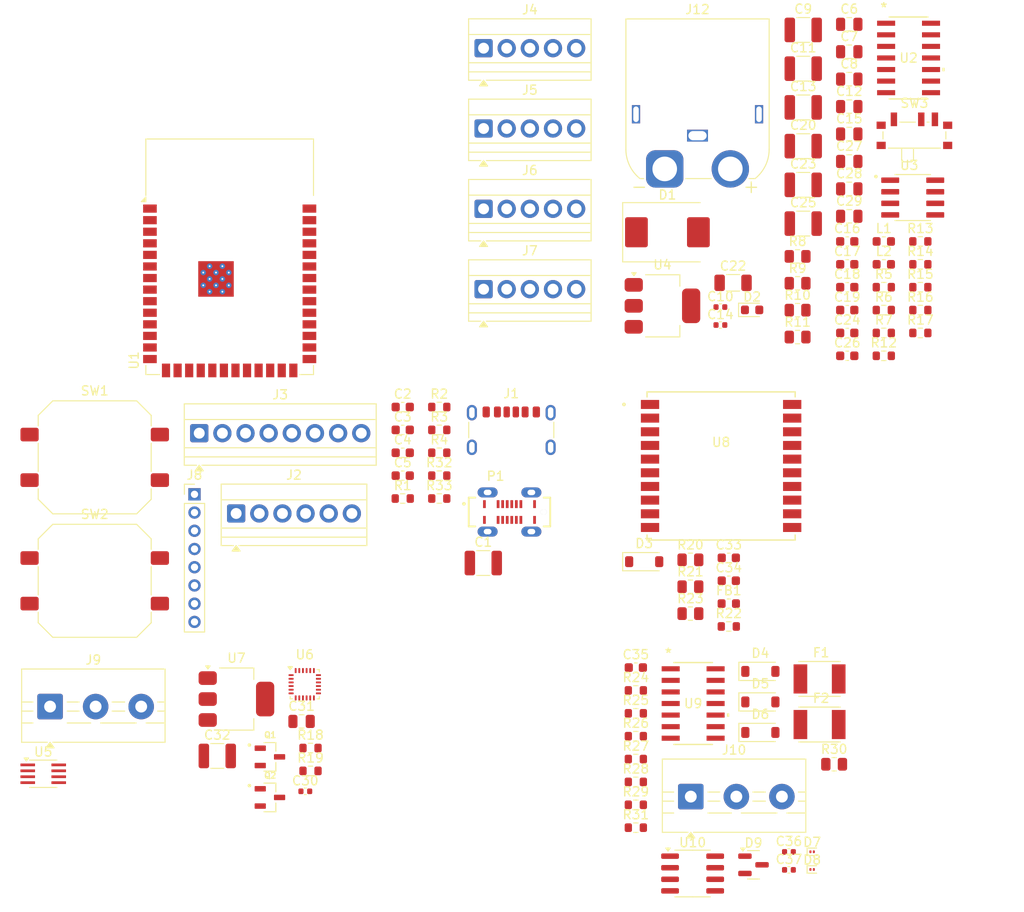
<source format=kicad_pcb>
(kicad_pcb (version 20241229) (generator "pcbnew") (generator_version "9.0")
  (layers (0 "F.Cu" signal) (2 "B.Cu" signal) (13 "F.Paste" user) (15 "B.Paste" user) (5 "F.SilkS" user "F.Silkscreen") (7 "B.SilkS" user "B.Silkscreen") (1 "F.Mask" user) (3 "B.Mask" user) (25 "Edge.Cuts" user))
  (net 0 "")
  (net 1 "GND")
  (net 2 "+12V")
  (net 3 "+5V")
  (net 4 "Net-(C8-Pad2)")
  (net 5 "Net-(C12-Pad2)")
  (net 6 "Net-(C12-Pad1)")
  (net 7 "Net-(U3-SS)")
  (net 8 "Net-(U3-BOOT)")
  (net 9 "Net-(D1-K)")
  (net 10 "Net-(C17-Pad2)")
  (net 11 "Net-(U3-COMP)")
  (net 12 "Net-(U2-VCC)")
  (net 13 "+9V")
  (net 14 "VBUS")
  (net 15 "Net-(SW3-B)")
  (net 16 "+3.3V")
  (net 17 "Net-(D2-K)")
  (net 18 "Net-(P1-CC)")
  (net 19 "Net-(P1-D+)")
  (net 20 "Net-(P1-D-)")
  (net 22 "Net-(U2-FB)")
  (net 23 "Net-(U3-EN)")
  (net 24 "Net-(U2-BST)")
  (net 25 "Net-(U2-PG)")
  (net 26 "Net-(U2-EN)")
  (net 27 "Net-(U3-VSENSE)")
  (net 28 "Net-(U8-TX0)")
  (net 29 "/GPS_RX")
  (net 30 "/GPS_TX")
  (net 31 "Net-(U8-RX0)")
  (net 32 "/GPS_NRESET")
  (net 33 "Net-(U8-VCC)")
  (net 34 "/BAR_BUT")
  (net 35 "/ITEM_SS")
  (net 36 "/IO2")
  (net 37 "/IMU_INT")
  (net 38 "/IO4")
  (net 39 "/IO46")
  (net 40 "/IO1")
  (net 41 "/IO47")
  (net 42 "/AMPB2_DATA")
  (net 43 "/AMPT_CLK")
  (net 44 "Net-(SW1-C)")
  (net 45 "/DIST_INT")
  (net 46 "/PAY_IRQ")
  (net 47 "/AMPT_DATA")
  (net 48 "/SCL")
  (net 49 "/AMPB1_CLK")
  (net 50 "/AMPB1_DATA")
  (net 51 "/IO3")
  (net 52 "/EN")
  (net 53 "/SDA")
  (net 54 "/PAY_SS")
  (net 55 "/SCK")
  (net 56 "/IO5")
  (net 57 "/AMPB2_CLK")
  (net 58 "/BAR_TX")
  (net 59 "/IO48")
  (net 60 "/TRACK_TX")
  (net 61 "/PAY_RST")
  (net 62 "/TRACK_RX")
  (net 63 "/MOSI")
  (net 64 "/BAR_RX")
  (net 65 "/MISO")
  (net 66 "Net-(J9-Pin_1)")
  (net 67 "Net-(J9-Pin_2)")
  (net 70 "1.8V")
  (net 71 "Net-(U6-REGOUT)")
  (net 73 "/IMU/SDA_1V8")
  (net 76 "/IMU/SCL_1V8")
  (net 81 "/IMU/INT_1V8")
  (net 87 "Net-(D6-A)")
  (net 88 "Net-(D3-A)")
  (net 89 "Net-(D4-K)")
  (net 90 "Net-(D4-A)")
  (net 91 "Net-(D5-K)")
  (net 92 "Net-(D6-K)")
  (net 93 "/RFID_Track/E")
  (net 94 "Net-(D7-A1)")
  (net 95 "Net-(D8-A2)")
  (net 96 "Net-(J1-CC1)")
  (net 97 "Net-(J1-CC2)")
  (net 98 "/RFID_Track/B-")
  (net 99 "/RFID_Track/A+")
  (net 100 "3.3V")
  (net 101 "Net-(U8-3D-FIX)")
  (net 103 "Net-(U10-RO)")
  (net 104 "Net-(U9-1Y)")
  (net 105 "Net-(U10-DE)")
  (net 109 "+3V3")
  (footprint "Resistor_SMD:R_0603_1608Metric" (layer "F.Cu") (at 141.97 139.365)
    (property "Reference" "R25" (at 0 -1.43 0) (layer "F.SilkS"))
    (property "Value" "2.4k")
    (pad "1" smd roundrect (at -0.825 0) (size 0.8 0.95) (layers "F.Cu" "F.Mask" "F.Paste") (net 89 "Net-(D4-K)"))
    (pad "2" smd roundrect (at 0.825 0) (size 0.8 0.95) (layers "F.Cu" "F.Mask" "F.Paste") (net 1 "GND"))
  )
  (footprint "Resistor_SMD:R_0603_1608Metric" (layer "F.Cu") (at 173.19 95.115)
    (property "Reference" "R16" (at 0 -1.43 0) (layer "F.SilkS"))
    (property "Value" "10k")
    (pad "1" smd roundrect (at -0.825 0) (size 0.8 0.95) (layers "F.Cu" "F.Mask" "F.Paste") (net 27 "Net-(U3-VSENSE)"))
    (pad "2" smd roundrect (at 0.825 0) (size 0.8 0.95) (layers "F.Cu" "F.Mask" "F.Paste") (net 1 "GND"))
  )
  (footprint "Capacitor_SMD:C_1210_3225Metric" (layer "F.Cu") (at 125.23 122.875)
    (property "Reference" "C1" (at 0 -2.3 0) (layer "F.SilkS"))
    (property "Value" "22u")
    (pad "1" smd roundrect (at -1.475 0) (size 1.15 2.7) (layers "F.Cu" "F.Mask" "F.Paste") (roundrect_rratio 0.217391) (net 16 "+3.3V"))
    (pad "2" smd roundrect (at 1.475 0) (size 1.15 2.7) (layers "F.Cu" "F.Mask" "F.Paste") (roundrect_rratio 0.217391) (net 1 "GND"))
  )
  (footprint "Capacitor_SMD:C_1210_3225Metric" (layer "F.Cu") (at 160.34 81.375)
    (property "Reference" "C23" (at 0 -2.3 0) (layer "F.SilkS"))
    (property "Value" "22u")
    (pad "1" smd roundrect (at -1.475 0) (size 1.15 2.7) (layers "F.Cu" "F.Mask" "F.Paste") (roundrect_rratio 0.217391) (net 2 "+12V"))
    (pad "2" smd roundrect (at 1.475 0) (size 1.15 2.7) (layers "F.Cu" "F.Mask" "F.Paste") (roundrect_rratio 0.217391) (net 1 "GND"))
  )
  (footprint "Capacitor_SMD:C_1210_3225Metric" (layer "F.Cu") (at 160.34 72.875)
    (property "Reference" "C13" (at 0 -2.3 0) (layer "F.SilkS"))
    (property "Value" "22u")
    (pad "1" smd roundrect (at -1.475 0) (size 1.15 2.7) (layers "F.Cu" "F.Mask" "F.Paste") (roundrect_rratio 0.217391) (net 3 "+5V"))
    (pad "2" smd roundrect (at 1.475 0) (size 1.15 2.7) (layers "F.Cu" "F.Mask" "F.Paste") (roundrect_rratio 0.217391) (net 1 "GND"))
  )
  (footprint "Resistor_SMD:R_0603_1608Metric" (layer "F.Cu") (at 169.18 92.605)
    (property "Reference" "R5" (at 0 -1.43 0) (layer "F.SilkS"))
    (property "Value" "150k")
    (pad "1" smd roundrect (at -0.825 0) (size 0.8 0.95) (layers "F.Cu" "F.Mask" "F.Paste") (net 22 "Net-(U2-FB)"))
    (pad "2" smd roundrect (at 0.825 0) (size 0.8 0.95) (layers "F.Cu" "F.Mask" "F.Paste") (net 3 "+5V"))
  )
  (footprint "Resistor_SMD:R_0603_1608Metric" (layer "F.Cu") (at 141.97 146.895)
    (property "Reference" "R28" (at 0 -1.43 0) (layer "F.SilkS"))
    (property "Value" "4.7k")
    (pad "1" smd roundrect (at -0.825 0) (size 0.8 0.95) (layers "F.Cu" "F.Mask" "F.Paste") (net 87 "Net-(D6-A)"))
    (pad "2" smd roundrect (at 0.825 0) (size 0.8 0.95) (layers "F.Cu" "F.Mask" "F.Paste") (net 92 "Net-(D6-K)"))
  )
  (footprint "Resistor_SMD:R_0603_1608Metric" (layer "F.Cu") (at 120.4 105.755)
    (property "Reference" "R2" (at 0 -1.43 0) (layer "F.SilkS"))
    (property "Value" "5.1k")
    (pad "1" smd roundrect (at -0.825 0) (size 0.8 0.95) (layers "F.Cu" "F.Mask" "F.Paste") (net 97 "Net-(J1-CC2)"))
    (pad "2" smd roundrect (at 0.825 0) (size 0.8 0.95) (layers "F.Cu" "F.Mask" "F.Paste") (net 1 "GND"))
  )
  (footprint "Inductor_SMD:L_0603_1608Metric" (layer "F.Cu") (at 169.18 87.585)
    (property "Reference" "L1" (at 0 -1.43 0) (layer "F.SilkS"))
    (property "Value" "2u")
    (pad "1" smd roundrect (at -0.7875 0) (size 0.875 0.95) (layers "F.Cu" "F.Mask" "F.Paste") (net 3 "+5V"))
    (pad "2" smd roundrect (at 0.7875 0) (size 0.875 0.95) (layers "F.Cu" "F.Mask" "F.Paste") (net 5 "Net-(C12-Pad2)"))
  )
  (footprint "RF_Module:ESP32-S3-WROOM-1" (layer "F.Cu") (at 97.4 89.24)
    (property "Reference" "U1" (at -10.5 11.4 90) (layer "F.SilkS"))
    (property "Value" "ESP32-S3-WROOM-1")
    (pad "1" smd rect (at -8.75 -5.26) (size 1.5 0.9) (layers "F.Cu" "F.Mask" "F.Paste") (net 1 "GND"))
    (pad "2" smd rect (at -8.75 -3.99) (size 1.5 0.9) (layers "F.Cu" "F.Mask" "F.Paste") (net 16 "+3.3V"))
    (pad "3" smd rect (at -8.75 -2.72) (size 1.5 0.9) (layers "F.Cu" "F.Mask" "F.Paste") (net 52 "/EN"))
    (pad "4" smd rect (at -8.75 -1.45) (size 1.5 0.9) (layers "F.Cu" "F.Mask" "F.Paste") (net 38 "/IO4"))
    (pad "5" smd rect (at -8.75 -0.18) (size 1.5 0.9) (layers "F.Cu" "F.Mask" "F.Paste") (net 56 "/IO5"))
    (pad "6" smd rect (at -8.75 1.09) (size 1.5 0.9) (layers "F.Cu" "F.Mask" "F.Paste") (net 45 "/DIST_INT"))
    (pad "7" smd rect (at -8.75 2.36) (size 1.5 0.9) (layers "F.Cu" "F.Mask" "F.Paste") (net 37 "/IMU_INT"))
    (pad "8" smd rect (at -8.75 3.63) (size 1.5 0.9) (layers "F.Cu" "F.Mask" "F.Paste") (net 46 "/PAY_IRQ"))
    (pad "9" smd rect (at -8.75 4.9) (size 1.5 0.9) (layers "F.Cu" "F.Mask" "F.Paste") (net 35 "/ITEM_SS"))
    (pad "10" smd rect (at -8.75 6.17) (size 1.5 0.9) (layers "F.Cu" "F.Mask" "F.Paste") (net 60 "/TRACK_TX"))
    (pad "11" smd rect (at -8.75 7.44) (size 1.5 0.9) (layers "F.Cu" "F.Mask" "F.Paste") (net 62 "/TRACK_RX"))
    (pad "12" smd rect (at -8.75 8.71) (size 1.5 0.9) (layers "F.Cu" "F.Mask" "F.Paste") (net 53 "/SDA"))
    (pad "13" smd rect (at -8.75 9.98) (size 1.5 0.9) (layers "F.Cu" "F.Mask" "F.Paste") (net 20 "Net-(P1-D-)"))
    (pad "14" smd rect (at -8.75 11.25 180) (size 1.5 0.9) (layers "F.Cu" "F.Mask" "F.Paste") (net 19 "Net-(P1-D+)"))
    (pad "15" smd rect (at -6.985 12.5 270) (size 1.5 0.9) (layers "F.Cu" "F.Mask" "F.Paste") (net 51 "/IO3"))
    (pad "16" smd rect (at -5.715 12.5 270) (size 1.5 0.9) (layers "F.Cu" "F.Mask" "F.Paste") (net 39 "/IO46"))
    (pad "17" smd rect (at -4.445 12.5 270) (size 1.5 0.9) (layers "F.Cu" "F.Mask" "F.Paste") (net 48 "/SCL"))
    (pad "18" smd rect (at -3.175 12.5 270) (size 1.5 0.9) (layers "F.Cu" "F.Mask" "F.Paste") (net 54 "/PAY_SS"))
    (pad "19" smd rect (at -1.905 12.5 270) (size 1.5 0.9) (layers "F.Cu" "F.Mask" "F.Paste") (net 63 "/MOSI"))
    (pad "20" smd rect (at -0.635 12.5 270) (size 1.5 0.9) (layers "F.Cu" "F.Mask" "F.Paste") (net 55 "/SCK"))
    (pad "21" smd rect (at 0.635 12.5 270) (size 1.5 0.9) (layers "F.Cu" "F.Mask" "F.Paste") (net 65 "/MISO"))
    (pad "22" smd rect (at 1.905 12.5 270) (size 1.5 0.9) (layers "F.Cu" "F.Mask" "F.Paste") (net 61 "/PAY_RST"))
    (pad "23" smd rect (at 3.175 12.5 270) (size 1.5 0.9) (layers "F.Cu" "F.Mask" "F.Paste") (net 30 "/GPS_TX"))
    (pad "24" smd rect (at 4.445 12.5 270) (size 1.5 0.9) (layers "F.Cu" "F.Mask" "F.Paste") (net 41 "/IO47"))
    (pad "25" smd rect (at 5.715 12.5 270) (size 1.5 0.9) (layers "F.Cu" "F.Mask" "F.Paste") (net 59 "/IO48"))
    (pad "26" smd rect (at 6.985 12.5 270) (size 1.5 0.9) (layers "F.Cu" "F.Mask" "F.Paste") (net 57 "/AMPB2_CLK"))
    (pad "27" smd rect (at 8.75 11.25) (size 1.5 0.9) (layers "F.Cu" "F.Mask" "F.Paste") (net 44 "Net-(SW1-C)"))
    (pad "28" smd rect (at 8.75 9.98) (size 1.5 0.9) (layers "F.Cu" "F.Mask" "F.Paste") (net 29 "/GPS_RX"))
    (pad "29" smd rect (at 8.75 8.71) (size 1.5 0.9) (layers "F.Cu" "F.Mask" "F.Paste") (net 32 "/GPS_NRESET"))
    (pad "30" smd rect (at 8.75 7.44) (size 1.5 0.9) (layers "F.Cu" "F.Mask" "F.Paste") (net 34 "/BAR_BUT"))
    (pad "31" smd rect (at 8.75 6.17) (size 1.5 0.9) (layers "F.Cu" "F.Mask" "F.Paste") (net 47 "/AMPT_DATA"))
    (pad "32" smd rect (at 8.75 4.9) (size 1.5 0.9) (layers "F.Cu" "F.Mask" "F.Paste") (net 43 "/AMPT_CLK"))
    (pad "33" smd rect (at 8.75 3.63) (size 1.5 0.9) (layers "F.Cu" "F.Mask" "F.Paste") (net 50 "/AMPB1_DATA"))
    (pad "34" smd rect (at 8.75 2.36) (size 1.5 0.9) (layers "F.Cu" "F.Mask" "F.Paste") (net 49 "/AMPB1_CLK"))
    (pad "35" smd rect (at 8.75 1.09) (size 1.5 0.9) (layers "F.Cu" "F.Mask" "F.Paste") (net 42 "/AMPB2_DATA"))
    (pad "36" smd rect (at 8.75 -0.18) (size 1.5 0.9) (layers "F.Cu" "F.Mask" "F.Paste") (net 64 "/BAR_RX"))
    (pad "37" smd rect (at 8.75 -1.45) (size 1.5 0.9) (layers "F.Cu" "F.Mask" "F.Paste") (net 58 "/BAR_TX"))
    (pad "38" smd rect (at 8.75 -2.72) (size 1.5 0.9) (layers "F.Cu" "F.Mask" "F.Paste") (net 36 "/IO2"))
    (pad "39" smd rect (at 8.75 -3.99) (size 1.5 0.9) (layers "F.Cu" "F.Mask" "F.Paste") (net 40 "/IO1"))
    (pad "40" smd rect (at 8.75 -5.26) (size 1.5 0.9) (layers "F.Cu" "F.Mask" "F.Paste") (net 1 "GND"))
    (pad "41" thru_hole circle (at -2.9 1.76 90) (size 0.6 0.6) (drill 0.2) (property pad_prop_heatsink) (layers "*.Cu" "F.Mask") (net 1 "GND"))
    (pad "41" thru_hole circle (at -2.9 3.16) (size 0.6 0.6) (drill 0.2) (property pad_prop_heatsink) (layers "*.Cu" "F.Mask") (net 1 "GND"))
    (pad "41" thru_hole circle (at -2.2 1.06) (size 0.6 0.6) (drill 0.2) (property pad_prop_heatsink) (layers "*.Cu" "F.Mask") (net 1 "GND"))
    (pad "41" thru_hole circle (at -2.2 2.46) (size 0.6 0.6) (drill 0.2) (property pad_prop_heatsink) (layers "*.Cu" "F.Mask") (net 1 "GND"))
    (pad "41" thru_hole circle (at -2.2 3.86) (size 0.6 0.6) (drill 0.2) (property pad_prop_heatsink) (layers "*.Cu" "F.Mask") (net 1 "GND"))
    (pad "41" thru_hole circle (at -1.5 1.76) (size 0.6 0.6) (drill 0.2) (property pad_prop_heatsink) (layers "*.Cu" "F.Mask") (net 1 "GND"))
    (pad "41" smd rect (at -1.5 2.46 270) (size 3.9 3.9) (property pad_prop_heatsink) (layers "F.Cu" "F.Mask") (net 1 "GND"))
    (pad "41" thru_hole circle (at -1.5 3.16) (size 0.6 0.6) (drill 0.2) (property pad_prop_heatsink) (layers "*.Cu" "F.Mask") (net 1 "GND"))
    (pad "41" thru_hole circle (at -0.8 1.06) (size 0.6 0.6) (drill 0.2) (property pad_prop_heatsink) (layers "*.Cu" "F.Mask") (net 1 "GND"))
    (pad "41" thru_hole circle (at -0.8 2.46) (size 0.6 0.6) (drill 0.2) (property pad_prop_heatsink) (layers "*.Cu" "F.Mask") (net 1 "GND"))
    (pad "41" thru_hole circle (at -0.8 3.86) (size 0.6 0.6) (drill 0.2) (property pad_prop_heatsink) (layers "*.Cu" "F.Mask") (net 1 "GND"))
    (pad "41" thru_hole circle (at -0.1 1.76) (size 0.6 0.6) (drill 0.2) (property pad_prop_heatsink) (layers "*.Cu" "F.Mask") (net 1 "GND"))
    (pad "41" thru_hole circle (at -0.1 3.16) (size 0.6 0.6) (drill 0.2) (property pad_prop_heatsink) (layers "*.Cu" "F.Mask") (net 1 "GND"))
  )
  (footprint "Capacitor_SMD:C_0603_1608Metric" (layer "F.Cu") (at 152.17 122.305)
    (property "Reference" "C33" (at 0 -1.43 0) (layer "F.SilkS"))
    (property "Value" "1u")
    (pad "1" smd roundrect (at -0.775 0) (size 0.9 0.95) (layers "F.Cu" "F.Mask" "F.Paste") (net 1 "GND"))
    (pad "2" smd roundrect (at 0.775 0) (size 0.9 0.95) (layers "F.Cu" "F.Mask" "F.Paste") (net 33 "Net-(U8-VCC)"))
  )
  (footprint "Resistor_SMD:R_0603_1608Metric" (layer "F.Cu") (at 120.4 110.775)
    (property "Reference" "R4" (at 0 -1.43 0) (layer "F.SilkS"))
    (property "Value" "5.1k")
    (pad "1" smd roundrect (at -0.825 0) (size 0.8 0.95) (layers "F.Cu" "F.Mask" "F.Paste") (net 96 "Net-(J1-CC1)"))
    (pad "2" smd roundrect (at 0.825 0) (size 0.8 0.95) (layers "F.Cu" "F.Mask" "F.Paste") (net 1 "GND"))
  )
  (footprint "Resistor_SMD:R_0805_2012Metric" (layer "F.Cu") (at 163.73 144.955)
    (property "Reference" "R30" (at 0 -1.65 0) (layer "F.SilkS"))
    (property "Value" "120")
    (pad "1" smd roundrect (at -0.9125 0) (size 1.025 1.4) (layers "F.Cu" "F.Mask" "F.Paste") (roundrect_rratio 0.243902) (net 99 "/RFID_Track/A+"))
    (pad "2" smd roundrect (at 0.9125 0) (size 1.025 1.4) (layers "F.Cu" "F.Mask" "F.Paste") (roundrect_rratio 0.243902) (net 98 "/RFID_Track/B-"))
  )
  (footprint "Resistor_SMD:R_0603_1608Metric" (layer "F.Cu") (at 169.18 100.135)
    (property "Reference" "R12" (at 0 -1.43 0) (layer "F.SilkS"))
    (property "Value" "29.4k")
    (pad "1" smd roundrect (at -0.825 0) (size 0.8 0.95) (layers "F.Cu" "F.Mask" "F.Paste") (net 10 "Net-(C17-Pad2)"))
    (pad "2" smd roundrect (at 0.825 0) (size 0.8 0.95) (layers "F.Cu" "F.Mask" "F.Paste") (net 1 "GND"))
  )
  (footprint "Capacitor_SMD:C_1210_3225Metric" (layer "F.Cu") (at 96.04 144.045)
    (property "Reference" "C32" (at 0 -2.3 0) (layer "F.SilkS"))
    (property "Value" "22uF")
    (pad "1" smd roundrect (at -1.475 0) (size 1.15 2.7) (layers "F.Cu" "F.Mask" "F.Paste") (roundrect_rratio 0.217391) (net 70 "1.8V"))
    (pad "2" smd roundrect (at 1.475 0) (size 1.15 2.7) (layers "F.Cu" "F.Mask" "F.Paste") (roundrect_rratio 0.217391) (net 1 "GND"))
  )
  (footprint "Resistor_SMD:R_0603_1608Metric" (layer "F.Cu") (at 173.19 90.095)
    (property "Reference" "R14" (at 0 -1.43 0) (layer "F.SilkS"))
    (property "Value" "499k")
    (pad "1" smd roundrect (at -0.825 0) (size 0.8 0.95) (layers "F.Cu" "F.Mask" "F.Paste") (net 26 "Net-(U2-EN)"))
    (pad "2" smd roundrect (at 0.825 0) (size 0.8 0.95) (layers "F.Cu" "F.Mask" "F.Paste") (net 2 "+12V"))
  )
  (footprint "Package_SO:SSOP-8_2.95x2.8mm_P0.65mm" (layer "F.Cu") (at 76.94 146)
    (property "Reference" "U5" (at 0 -2.4 0) (layer "F.SilkS"))
    (property "Value" "TXS0102DCT")
    (pad "1" smd rect (at -1.7 -0.975 270) (size 0.3 1.6) (layers "F.Cu" "F.Mask" "F.Paste") (net 67 "Net-(J9-Pin_2)"))
    (pad "2" smd rect (at -1.7 -0.325 270) (size 0.3 1.6) (layers "F.Cu" "F.Mask" "F.Paste") (net 1 "GND"))
    (pad "3" smd rect (at -1.7 0.325 270) (size 0.3 1.6) (layers "F.Cu" "F.Mask" "F.Paste") (net 16 "+3.3V"))
    (pad "4" smd rect (at -1.7 0.975 270) (size 0.3 1.6) (layers "F.Cu" "F.Mask" "F.Paste") (net 64 "/BAR_RX"))
    (pad "5" smd rect (at 1.7 0.975 270) (size 0.3 1.6) (layers "F.Cu" "F.Mask" "F.Paste") (net 58 "/BAR_TX"))
    (pad "6" smd rect (at 1.7 0.325 270) (size 0.3 1.6) (layers "F.Cu" "F.Mask" "F.Paste") (net 16 "+3.3V"))
    (pad "7" smd rect (at 1.7 -0.325 270) (size 0.3 1.6) (layers "F.Cu" "F.Mask" "F.Paste") (net 3 "+5V"))
    (pad "8" smd rect (at 1.7 -0.975 270) (size 0.3 1.6) (layers "F.Cu" "F.Mask" "F.Paste") (net 66 "Net-(J9-Pin_1)"))
  )
  (footprint "CarteDiem_parts:SOT95P240X111-3N" (layer "F.Cu") (at 101.815 144.145)
    (property "Reference" "Q1" (at 0.032 -2.4064 0) (layer "F.SilkS") (effects (font (size 0.64 0.64))))
    (property "Value" "BSS138")
    (pad "1" smd roundrect (at -1.06 -0.95) (size 1.23 0.6) (layers "F.Cu" "F.Mask" "F.Paste") (roundrect_rratio 0.125) (net 73 "/IMU/SDA_1V8"))
    (pad "2" smd roundrect (at -1.06 0.95) (size 1.23 0.6) (layers "F.Cu" "F.Mask" "F.Paste") (roundrect_rratio 0.125) (net 70 "1.8V"))
    (pad "3" smd roundrect (at 1.06 0) (size 1.23 0.6) (layers "F.Cu" "F.Mask" "F.Paste") (roundrect_rratio 0.125) (net 48 "/SCL"))
  )
  (footprint "Capacitor_SMD:C_0805_2012Metric" (layer "F.Cu") (at 165.39 78.805)
    (property "Reference" "C27" (at 0 -1.68 0) (layer "F.SilkS"))
    (property "Value" "10u")
    (pad "1" smd roundrect (at -0.95 0) (size 1 1.45) (layers "F.Cu" "F.Mask" "F.Paste") (net 15 "Net-(SW3-B)"))
    (pad "2" smd roundrect (at 0.95 0) (size 1 1.45) (layers "F.Cu" "F.Mask" "F.Paste") (net 1 "GND"))
  )
  (footprint "Capacitor_SMD:C_0402_1005Metric" (layer "F.Cu") (at 158.77 156.545)
    (property "Reference" "C37" (at 0 -1.16 0) (layer "F.SilkS"))
    (property "Value" "100n")
    (pad "1" smd roundrect (at -0.48 0) (size 0.56 0.62) (layers "F.Cu" "F.Mask" "F.Paste") (net 16 "+3.3V"))
    (pad "2" smd roundrect (at 0.48 0) (size 0.56 0.62) (layers "F.Cu" "F.Mask" "F.Paste") (net 1 "GND"))
  )
  (footprint "Capacitor_SMD:C_0805_2012Metric" (layer "F.Cu") (at 165.39 63.755)
    (property "Reference" "C6" (at 0 -1.68 0) (layer "F.SilkS"))
    (property "Value" "4.7u")
    (pad "1" smd roundrect (at -0.95 0) (size 1 1.45) (layers "F.Cu" "F.Mask" "F.Paste") (net 2 "+12V"))
    (pad "2" smd roundrect (at 0.95 0) (size 1 1.45) (layers "F.Cu" "F.Mask" "F.Paste") (net 1 "GND"))
  )
  (footprint "Capacitor_SMD:C_1210_3225Metric" (layer "F.Cu") (at 160.34 85.625)
    (property "Reference" "C25" (at 0 -2.3 0) (layer "F.SilkS"))
    (property "Value" "22u")
    (pad "1" smd roundrect (at -1.475 0) (size 1.15 2.7) (layers "F.Cu" "F.Mask" "F.Paste") (roundrect_rratio 0.217391) (net 2 "+12V"))
    (pad "2" smd roundrect (at 1.475 0) (size 1.15 2.7) (layers "F.Cu" "F.Mask" "F.Paste") (roundrect_rratio 0.217391) (net 1 "GND"))
  )
  (footprint "Capacitor_SMD:C_1210_3225Metric" (layer "F.Cu") (at 160.34 68.625)
    (property "Reference" "C11" (at 0 -2.3 0) (layer "F.SilkS"))
    (property "Value" "22u")
    (pad "1" smd roundrect (at -1.475 0) (size 1.15 2.7) (layers "F.Cu" "F.Mask" "F.Paste") (roundrect_rratio 0.217391) (net 3 "+5V"))
    (pad "2" smd roundrect (at 1.475 0) (size 1.15 2.7) (layers "F.Cu" "F.Mask" "F.Paste") (roundrect_rratio 0.217391) (net 1 "GND"))
  )
  (footprint "Capacitor_SMD:C_0603_1608Metric" (layer "F.Cu") (at 152.17 124.815)
    (property "Reference" "C34" (at 0 -1.43 0) (layer "F.SilkS"))
    (property "Value" "0.1u")
    (pad "1" smd roundrect (at -0.775 0) (size 0.9 0.95) (layers "F.Cu" "F.Mask" "F.Paste") (net 1 "GND"))
    (pad "2" smd roundrect (at 0.775 0) (size 0.9 0.95) (layers "F.Cu" "F.Mask" "F.Paste") (net 33 "Net-(U8-VCC)"))
  )
  (footprint "Resistor_SMD:R_0603_1608Metric" (layer "F.Cu") (at 173.19 92.605)
    (property "Reference" "R15" (at 0 -1.43 0) (layer "F.SilkS"))
    (property "Value" "35k")
    (pad "1" smd roundrect (at -0.825 0) (size 0.8 0.95) (layers "F.Cu" "F.Mask" "F.Paste") (net 13 "+9V"))
    (pad "2" smd roundrect (at 0.825 0) (size 0.8 0.95) (layers "F.Cu" "F.Mask" "F.Paste") (net 27 "Net-(U3-VSENSE)"))
  )
  (footprint "Resistor_SMD:R_0603_1608Metric" (layer "F.Cu") (at 173.19 87.585)
    (property "Reference" "R13" (at 0 -1.43 0) (layer "F.SilkS"))
    (property "Value" "100k")
    (pad "1" smd roundrect (at -0.825 0) (size 0.8 0.95) (layers "F.Cu" "F.Mask" "F.Paste") (net 12 "Net-(U2-VCC)"))
    (pad "2" smd roundrect (at 0.825 0) (size 0.8 0.95) (layers "F.Cu" "F.Mask" "F.Paste") (net 25 "Net-(U2-PG)"))
  )
  (footprint "TerminalBlock:TerminalBlock_Xinya_XY308-2.54-5P_1x05_P2.54mm_Horizontal" (layer "F.Cu") (at 125.26 84.005)
    (property "Reference" "J6" (at 5.08 -4.22 0) (layer "F.SilkS"))
    (property "Value" "Screw_Terminal_01x05")
    (pad "1" thru_hole roundrect (at 0 0) (size 2 2) (drill 1.2) (layers "*.Cu" "*.Mask") (roundrect_rratio 0.125) (net 16 "+3.3V"))
    (pad "2" thru_hole circle (at 2.54 0) (size 2 2) (drill 1.2) (layers "*.Cu" "*.Mask") (net 1 "GND"))
    (pad "3" thru_hole circle (at 5.08 0) (size 2 2) (drill 1.2) (layers "*.Cu" "*.Mask") (net 57 "/AMPB2_CLK"))
    (pad "4" thru_hole circle (at 7.62 0) (size 2 2) (drill 1.2) (layers "*.Cu" "*.Mask") (net 42 "/AMPB2_DATA"))
    (pad "5" thru_hole circle (at 10.16 0) (size 2 2) (drill 1.2) (layers "*.Cu" "*.Mask") (net 1 "GND"))
  )
  (footprint "Capacitor_SMD:C_0603_1608Metric" (layer "F.Cu") (at 165.17 97.625)
    (property "Reference" "C24" (at 0 -1.43 0) (layer "F.SilkS"))
    (property "Value" "1u")
    (pad "1" smd roundrect (at -0.775 0) (size 0.9 0.95) (layers "F.Cu" "F.Mask" "F.Paste") (net 14 "VBUS"))
    (pad "2" smd roundrect (at 0.775 0) (size 0.9 0.95) (layers "F.Cu" "F.Mask" "F.Paste") (net 1 "GND"))
  )
  (footprint "Capacitor_SMD:C_0805_2012Metric" (layer "F.Cu") (at 165.39 72.785)
    (property "Reference" "C12" (at 0 -1.68 0) (layer "F.SilkS"))
    (property "Value" "220n")
    (pad "1" smd roundrect (at -0.95 0) (size 1 1.45) (layers "F.Cu" "F.Mask" "F.Paste") (net 6 "Net-(C12-Pad1)"))
    (pad "2" smd roundrect (at 0.95 0) (size 1 1.45) (layers "F.Cu" "F.Mask" "F.Paste") (net 5 "Net-(C12-Pad2)"))
  )
  (footprint "Resistor_SMD:R_0805_2012Metric" (layer "F.Cu") (at 147.96 128.425)
    (property "Reference" "R23" (at 0 -1.65 0) (layer "F.SilkS"))
    (property "Value" "470")
    (pad "1" smd roundrect (at -0.9125 0) (size 1.025 1.4) (layers "F.Cu" "F.Mask" "F.Paste") (roundrect_rratio 0.243902) (net 88 "Net-(D3-A)"))
    (pad "2" smd roundrect (at 0.9125 0) (size 1.025 1.4) (layers "F.Cu" "F.Mask" "F.Paste") (roundrect_rratio 0.243902) (net 101 "Net-(U8-3D-FIX)"))
  )
  (footprint "Sensor_Motion:InvenSense_QFN-24_3x3mm_P0.4mm" (layer "F.Cu") (at 105.64 136.175)
    (property "Reference" "U6" (at 0 -3.25 0) (layer "F.SilkS"))
    (property "Value" "ICM-20948")
    (pad "1" smd roundrect (at -1.5 -1) (size 0.55 0.2) (layers "F.Cu" "F.Mask" "F.Paste"))
    (pad "2" smd roundrect (at -1.5 -0.6) (size 0.55 0.2) (layers "F.Cu" "F.Mask" "F.Paste"))
    (pad "3" smd roundrect (at -1.5 -0.2) (size 0.55 0.2) (layers "F.Cu" "F.Mask" "F.Paste"))
    (pad "4" smd roundrect (at -1.5 0.2) (size 0.55 0.2) (layers "F.Cu" "F.Mask" "F.Paste"))
    (pad "5" smd roundrect (at -1.5 0.6) (size 0.55 0.2) (layers "F.Cu" "F.Mask" "F.Paste"))
    (pad "6" smd roundrect (at -1.5 1) (size 0.55 0.2) (layers "F.Cu" "F.Mask" "F.Paste"))
    (pad "7" smd roundrect (at -1 1.5 90) (size 0.55 0.2) (layers "F.Cu" "F.Mask" "F.Paste"))
    (pad "8" smd roundrect (at -0.6 1.5 90) (size 0.55 0.2) (layers "F.Cu" "F.Mask" "F.Paste") (net 70 "1.8V"))
    (pad "9" smd roundrect (at -0.2 1.5 90) (size 0.55 0.2) (layers "F.Cu" "F.Mask" "F.Paste") (net 1 "GND"))
    (pad "10" smd roundrect (at 0.2 1.5 90) (size 0.55 0.2) (layers "F.Cu" "F.Mask" "F.Paste") (net 71 "Net-(U6-REGOUT)"))
    (pad "11" smd roundrect (at 0.6 1.5 90) (size 0.55 0.2) (layers "F.Cu" "F.Mask" "F.Paste"))
    (pad "12" smd roundrect (at 1 1.5 90) (size 0.55 0.2) (layers "F.Cu" "F.Mask" "F.Paste") (net 81 "/IMU/INT_1V8"))
    (pad "13" smd roundrect (at 1.5 1) (size 0.55 0.2) (layers "F.Cu" "F.Mask" "F.Paste") (net 70 "1.8V"))
    (pad "14" smd roundrect (at 1.5 0.6) (size 0.55 0.2) (layers "F.Cu" "F.Mask" "F.Paste"))
    (pad "15" smd roundrect (at 1.5 0.2) (size 0.55 0.2) (layers "F.Cu" "F.Mask" "F.Paste"))
    (pad "16" smd roundrect (at 1.5 -0.2) (size 0.55 0.2) (layers "F.Cu" "F.Mask" "F.Paste"))
    (pad "17" smd roundrect (at 1.5 -0.6) (size 0.55 0.2) (layers "F.Cu" "F.Mask" "F.Paste"))
    (pad "18" smd roundrect (at 1.5 -1) (size 0.55 0.2) (layers "F.Cu" "F.Mask" "F.Paste") (net 1 "GND"))
    (pad "19" smd roundrect (at 1 -1.5 90) (size 0.55 0.2) (layers "F.Cu" "F.Mask" "F.Paste"))
    (pad "20" smd roundrect (at 0.6 -1.5 90) (size 0.55 0.2) (layers "F.Cu" "F.Mask" "F.Paste") (net 1 "GND"))
    (pad "21" smd roundrect (at 0.2 -1.5 90) (size 0.55 0.2) (layers "F.Cu" "F.Mask" "F.Paste"))
    (pad "22" smd roundrect (at -0.2 -1.5 90) (size 0.55 0.2) (layers "F.Cu" "F.Mask" "F.Paste") (net 70 "1.8V"))
    (pad "23" smd roundrect (at -0.6 -1.5 90) (size 0.55 0.2) (layers "F.Cu" "F.Mask" "F.Paste") (net 76 "/IMU/SCL_1V8"))
    (pad "24" smd roundrect (at -1 -1.5 90) (size 0.55 0.2) (layers "F.Cu" "F.Mask" "F.Paste") (net 73 "/IMU/SDA_1V8"))
  )
  (footprint "Resistor_SMD:R_0603_1608Metric" (layer "F.Cu") (at 169.18 97.625)
    (property "Reference" "R7" (at 0 -1.43 0) (layer "F.SilkS"))
    (property "Value" "18k")
    (pad "1" smd roundrect (at -0.825 0) (size 0.8 0.95) (layers "F.Cu" "F.Mask" "F.Paste") (net 1 "GND"))
    (pad "2" smd roundrect (at 0.825 0) (size 0.8 0.95) (layers "F.Cu" "F.Mask" "F.Paste") (net 22 "Net-(U2-FB)"))
  )
  (footprint "TerminalBlock:TerminalBlock_Xinya_XY308-2.54-5P_1x05_P2.54mm_Horizontal" (layer "F.Cu") (at 125.26 75.19)
    (property "Reference" "J5" (at 5.08 -4.22 0) (layer "F.SilkS"))
    (property "Value" "Screw_Terminal_01x05")
    (pad "1" thru_hole roundrect (at 0 0) (size 2 2) (drill 1.2) (layers "*.Cu" "*.Mask") (roundrect_rratio 0.125) (net 16 "+3.3V"))
    (pad "2" thru_hole circle (at 2.54 0) (size 2 2) (drill 1.2) (layers "*.Cu" "*.Mask") (net 1 "GND"))
    (pad "3" thru_hole circle (at 5.08 0) (size 2 2) (drill 1.2) (layers "*.Cu" "*.Mask") (net 43 "/AMPT_CLK"))
    (pad "4" thru_hole circle (at 7.62 0) (size 2 2) (drill 1.2) (layers "*.Cu" "*.Mask") (net 47 "/AMPT_DATA"))
    (pad "5" thru_hole circle (at 10.16 0) (size 2 2) (drill 1.2) (layers "*.Cu" "*.Mask") (net 1 "GND"))
  )
  (footprint "Connector_PinHeader_2.00mm:PinHeader_1x08_P2.00mm_Vertical" (layer "F.Cu") (at 93.54 115.335)
    (property "Reference" "J8" (at 0 -2.11 0) (layer "F.SilkS"))
    (property "Value" "Conn_01x08_Pin")
    (pad "1" thru_hole rect (at 0 0) (size 1.35 1.35) (drill 0.8) (layers "*.Cu" "*.Mask") (net 40 "/IO1"))
    (pad "2" thru_hole circle (at 0 2) (size 1.35 1.35) (drill 0.8) (layers "*.Cu" "*.Mask") (net 36 "/IO2"))
    (pad "3" thru_hole circle (at 0 4) (size 1.35 1.35) (drill 0.8) (layers "*.Cu" "*.Mask") (net 51 "/IO3"))
    (pad "4" thru_hole circle (at 0 6) (size 1.35 1.35) (drill 0.8) (layers "*.Cu" "*.Mask") (net 38 "/IO4"))
    (pad "5" thru_hole circle (at 0 8) (size 1.35 1.35) (drill 0.8) (layers "*.Cu" "*.Mask") (net 56 "/IO5"))
    (pad "6" thru_hole circle (at 0 10) (size 1.35 1.35) (drill 0.8) (layers "*.Cu" "*.Mask") (net 39 "/IO46"))
    (pad "7" thru_hole circle (at 0 12) (size 1.35 1.35) (drill 0.8) (layers "*.Cu" "*.Mask") (net 41 "/IO47"))
    (pad "8" thru_hole circle (at 0 14) (size 1.35 1.35) (drill 0.8) (layers "*.Cu" "*.Mask") (net 59 "/IO48"))
  )
  (footprint "Capacitor_SMD:C_0402_1005Metric" (layer "F.Cu") (at 151.25 94.785)
    (property "Reference" "C10" (at 0 -1.16 0) (layer "F.SilkS"))
    (property "Value" "0.01u")
    (pad "1" smd roundrect (at -0.48 0) (size 0.56 0.62) (layers "F.Cu" "F.Mask" "F.Paste") (net 2 "+12V"))
    (pad "2" smd roundrect (at 0.48 0) (size 0.56 0.62) (layers "F.Cu" "F.Mask" "F.Paste") (net 1 "GND"))
  )
  (footprint "Resistor_SMD:R_0603_1608Metric" (layer "F.Cu") (at 120.4 115.795)
    (property "Reference" "R33" (at 0 -1.43 0) (layer "F.SilkS"))
    (property "Value" "4.7k")
    (pad "1" smd roundrect (at -0.825 0) (size 0.8 0.95) (layers "F.Cu" "F.Mask" "F.Paste") (net 16 "+3.3V"))
    (pad "2" smd roundrect (at 0.825 0) (size 0.8 0.95) (layers "F.Cu" "F.Mask" "F.Paste") (net 48 "/SCL"))
  )
  (footprint "CarteDiem_parts:FUSER_MF-MSMF010-2" (layer "F.Cu") (at 162.13 135.592)
    (property "Reference" "F1" (at 0.175 -2.885 0) (layer "F.SilkS"))
    (property "Value" "MF-MSMF010-2")
    (pad "1" smd rect (at -2.1 0) (size 1.5 3.2) (layers "F.Cu" "F.Mask" "F.Paste") (net 94 "Net-(D7-A1)"))
    (pad "2" smd rect (at 2.1 0) (size 1.5 3.2) (layers "F.Cu" "F.Mask" "F.Paste") (net 99 "/RFID_Track/A+"))
  )
  (footprint "CarteDiem_parts:SOIC127P599X175-8N" (layer "F.Cu") (at 172.355 82.7675)
    (property "Reference" "U3" (at -0.385 -3.537 0) (layer "F.SilkS"))
    (property "Value" "TPS54331D")
    (pad "1" smd roundrect (at -2.47 -1.905) (size 1.97 0.6) (layers "F.Cu" "F.Mask" "F.Paste") (roundrect_rratio 0.125) (net 8 "Net-(U3-BOOT)"))
    (pad "2" smd roundrect (at -2.47 -0.635) (size 1.97 0.6) (layers "F.Cu" "F.Mask" "F.Paste") (roundrect_rratio 0.125) (net 2 "+12V"))
    (pad "3" smd roundrect (at -2.47 0.635) (size 1.97 0.6) (layers "F.Cu" "F.Mask" "F.Paste") (roundrect_rratio 0.125) (net 23 "Net-(U3-EN)"))
    (pad "4" smd roundrect (at -2.47 1.905) (size 1.97 0.6) (layers "F.Cu" "F.Mask" "F.Paste") (roundrect_rratio 0.125) (net 7 "Net-(U3-SS)"))
    (pad "5" smd roundrect (at 2.47 1.905) (size 1.97 0.6) (layers "F.Cu" "F.Mask" "F.Paste") (roundrect_rratio 0.125) (net 27 "Net-(U3-VSENSE)"))
    (pad "6" smd roundrect (at 2.47 0.635) (size 1.97 0.6) (layers "F.Cu" "F.Mask" "F.Paste") (roundrect_rratio 0.125) (net 11 "Net-(U3-COMP)"))
    (pad "7" smd roundrect (at 2.47 -0.635) (size 1.97 0.6) (layers "F.Cu" "F.Mask" "F.Paste") (roundrect_rratio 0.125) (net 1 "GND"))
    (pad "8" smd roundrect (at 2.47 -1.905) (size 1.97 0.6) (layers "F.Cu" "F.Mask" "F.Paste") (roundrect_rratio 0.125) (net 9 "Net-(D1-K)"))
  )
  (footprint "Capacitor_SMD:C_0805_2012Metric" (layer "F.Cu") (at 165.39 84.825)
    (property "Reference" "C29" (at 0 -1.68 0) (layer "F.SilkS"))
    (property "Value" "10u")
    (pad "1" smd roundrect (at -0.95 0) (size 1 1.45) (layers "F.Cu" "F.Mask" "F.Paste") (net 16 "+3.3V"))
    (pad "2" smd roundrect (at 0.95 0) (size 1 1.45) (layers "F.Cu" "F.Mask" "F.Paste") (net 1 "GND"))
  )
  (footprint "Capacitor_SMD:C_0805_2012Metric" (layer "F.Cu") (at 165.39 66.765)
    (property "Reference" "C7" (at 0 -1.68 0) (layer "F.SilkS"))
    (property "Value" "4.7u")
    (pad "1" smd roundrect (at -0.95 0) (size 1 1.45) (layers "F.Cu" "F.Mask" "F.Paste") (net 2 "+12V"))
    (pad "2" smd roundrect (at 0.95 0) (size 1 1.45) (layers "F.Cu" "F.Mask" "F.Paste") (net 1 "GND"))
  )
  (footprint "Resistor_SMD:R_0603_1608Metric" (layer "F.Cu") (at 106.27 145.685)
    (property "Reference" "R19" (at 0 -1.43 0) (layer "F.SilkS"))
    (property "Value" "4.7K")
    (pad "1" smd roundrect (at -0.825 0) (size 0.8 0.95) (layers "F.Cu" "F.Mask" "F.Paste"))
    (pad "2" smd roundrect (at 0.825 0) (size 0.8 0.95) (layers "F.Cu" "F.Mask" "F.Paste"))
  )
  (footprint "Connector_USB:USB_C_Receptacle_GCT_USB4125-xx-x-0190_6P_TopMnt_Horizontal" (layer "F.Cu") (at 128.3 109.375)
    (property "Reference" "J1" (at 0 -5.1 0) (layer "F.SilkS"))
    (property "Value" "USB_C_Receptacle_PowerOnly_6P")
    (pad "A5" smd roundrect (at -0.5 -3.08) (size 0.7 1.2) (layers "F.Cu" "F.Mask" "F.Paste") (net 96 "Net-(J1-CC1)"))
    (pad "A9" smd roundrect (at 1.52 -3.08 180) (size 0.76 1.2) (layers "F.Cu" "F.Mask" "F.Paste") (net 3 "+5V"))
    (pad "A12" smd roundrect (at 2.75 -3.08 180) (size 0.8 1.2) (layers "F.Cu" "F.Mask" "F.Paste") (net 1 "GND"))
    (pad "B5" smd roundrect (at 0.5 -3.08 180) (size 0.7 1.2) (layers "F.Cu" "F.Mask" "F.Paste") (net 97 "Net-(J1-CC2)"))
    (pad "B9" smd roundrect (at -1.52 -3.08) (size 0.76 1.2) (layers "F.Cu" "F.Mask" "F.Paste") (net 3 "+5V"))
    (pad "B12" smd roundrect (at -2.75 -3.08) (size 0.8 1.2) (layers "F.Cu" "F.Mask" "F.Paste") (net 1 "GND"))
    (pad "S1" thru_hole oval (at -4.32 -3) (size 1.1 1.7) (drill oval 0.6 1.2) (property pad_prop_heatsink) (layers "*.Cu" "*.Mask" "F.Paste") (net 1 "GND"))
    (pad "S1" thru_hole oval (at -4.32 0.8) (size 1.1 1.7) (drill oval 0.6 1.2) (property pad_prop_heatsink) (layers "*.Cu" "*.Mask" "F.Paste") (net 1 "GND"))
    (pad "S1" thru_hole oval (at 4.32 -3) (size 1.1 1.7) (drill oval 0.6 1.2) (property pad_prop_heatsink) (layers "*.Cu" "*.Mask" "F.Paste") (net 1 "GND"))
    (pad "S1" thru_hole oval (at 4.32 0.8) (size 1.1 1.7) (drill oval 0.6 1.2) (property pad_prop_heatsink) (layers "*.Cu" "*.Mask" "F.Paste") (net 1 "GND"))
  )
  (footprint "Button_Switch_SMD:SW_SPDT_PCM12" (layer "F.Cu") (at 172.54 75.615)
    (property "Reference" "SW3" (at 0 -3.2 0) (layer "F.SilkS"))
    (property "Value" "SW_SPDT")
    (pad "" smd rect (at -3.65 -0.78) (size 1 0.8) (layers "F.Cu" "F.Mask" "F.Paste"))
    (pad "" smd rect (at -3.65 1.43) (size 1 0.8) (layers "F.Cu" "F.Mask" "F.Paste"))
    (pad "" np_thru_hole circle (at -1.5 0.33) (size 0.9 0.9) (drill 0.9) (layers "*.Cu" "*.Mask"))
    (pad "" np_thru_hole circle (at 1.5 0.33) (size 0.9 0.9) (drill 0.9) (layers "*.Cu" "*.Mask"))
    (pad "" smd rect (at 3.65 -0.78) (size 1 0.8) (layers "F.Cu" "F.Mask" "F.Paste"))
    (pad "" smd rect (at 3.65 1.43) (size 1 0.8) (layers "F.Cu" "F.Mask" "F.Paste"))
    (pad "1" smd rect (at -2.25 -1.43) (size 0.7 1.5) (layers "F.Cu" "F.Mask" "F.Paste") (net 3 "+5V"))
    (pad "2" smd rect (at 0.75 -1.43) (size 0.7 1.5) (layers "F.Cu" "F.Mask" "F.Paste") (net 15 "Net-(SW3-B)"))
    (pad "3" smd rect (at 2.25 -1.43) (size 0.7 1.5) (layers "F.Cu" "F.Mask" "F.Paste") (net 14 "VBUS"))
  )
  (footprint "Resistor_SMD:R_0603_1608Metric" (layer "F.Cu") (at 116.39 115.795)
    (property "Reference" "R1" (at 0 -1.43 0) (layer "F.SilkS"))
    (property "Value" "10k")
    (pad "1" smd roundrect (at -0.825 0) (size 0.8 0.95) (layers "F.Cu" "F.Mask" "F.Paste") (net 16 "+3.3V"))
    (pad "2" smd roundrect (at 0.825 0) (size 0.8 0.95) (layers "F.Cu" "F.Mask" "F.Paste") (net 52 "/EN"))
  )
  (footprint "Resistor_SMD:R_0603_1608Metric" (layer "F.Cu") (at 141.97 136.855)
    (property "Reference" "R24" (at 0 -1.43 0) (layer "F.SilkS"))
    (property "Value" "4.7k")
    (pad "1" smd roundrect (at -0.825 0) (size 0.8 0.95) (layers "F.Cu" "F.Mask" "F.Paste") (net 16 "+3.3V"))
    (pad "2" smd roundrect (at 0.825 0) (size 0.8 0.95) (layers "F.Cu" "F.Mask" "F.Paste") (net 60 "/TRACK_TX"))
  )
  (footprint "Capacitor_SMD:C_0402_1005Metric" (layer "F.Cu") (at 105.7 147.925)
    (property "Reference" "C30" (at 0 -1.16 0) (layer "F.SilkS"))
    (property "Value" "0.1uF")
    (pad "1" smd roundrect (at -0.48 0) (size 0.56 0.62) (layers "F.Cu" "F.Mask" "F.Paste") (net 71 "Net-(U6-REGOUT)"))
    (pad "2" smd roundrect (at 0.48 0) (size 0.56 0.62) (layers "F.Cu" "F.Mask" "F.Paste") (net 1 "GND"))
  )
  (footprint "TerminalBlock:TerminalBlock_Xinya_XY308-2.54-6P_1x06_P2.54mm_Horizontal" (layer "F.Cu") (at 98.11 117.435)
    (property "Reference" "J2" (at 6.35 -4.22 0) (layer "F.SilkS"))
    (property "Value" "Screw_Terminal_01x06")
    (pad "1" thru_hole roundrect (at 0 0) (size 2 2) (drill 1.2) (layers "*.Cu" "*.Mask") (roundrect_rratio 0.125) (net 1 "GND"))
    (pad "2" thru_hole circle (at 2.54 0) (size 2 2) (drill 1.2) (layers "*.Cu" "*.Mask") (net 3 "+5V"))
    (pad "3" thru_hole circle (at 5.08 0) (size 2 2) (drill 1.2) (layers "*.Cu" "*.Mask") (net 65 "/MISO"))
    (pad "4" thru_hole circle (at 7.62 0) (size 2 2) (drill 1.2) (layers "*.Cu" "*.Mask") (net 63 "/MOSI"))
    (pad "5" thru_hole circle (at 10.16 0) (size 2 2) (drill 1.2) (layers "*.Cu" "*.Mask") (net 55 "/SCK"))
    (pad "6" thru_hole circle (at 12.7 0) (size 2 2) (drill 1.2) (layers "*.Cu" "*.Mask") (net 35 "/ITEM_SS"))
  )
  (footprint "Capacitor_SMD:C_0603_1608Metric" (layer "F.Cu") (at 116.39 108.265)
    (property "Reference" "C3" (at 0 -1.43 0) (layer "F.SilkS"))
    (property "Value" "0.1u")
    (pad "1" smd roundrect (at -0.775 0) (size 0.9 0.95) (layers "F.Cu" "F.Mask" "F.Paste") (net 16 "+3.3V"))
    (pad "2" smd roundrect (at 0.775 0) (size 0.9 0.95) (layers "F.Cu" "F.Mask" "F.Paste") (net 1 "GND"))
  )
  (footprint "Resistor_SMD:R_0603_1608Metric" (layer "F.Cu") (at 120.4 108.265)
    (property "Reference" "R3" (at 0 -1.43 0) (layer "F.SilkS"))
    (property "Value" "5.1k")
    (pad "1" smd roundrect (at -0.825 0) (size 0.8 0.95) (layers "F.Cu" "F.Mask" "F.Paste") (net 18 "Net-(P1-CC)"))
    (pad "2" smd roundrect (at 0.825 0) (size 0.8 0.95) (layers "F.Cu" "F.Mask" "F.Paste") (net 1 "GND"))
  )
  (footprint "CarteDiem_parts:SO14_DIO" (layer "F.Cu") (at 171.8996 67.449)
    (property "Reference" "U2" (at 0 0 0) (layer "F.SilkS"))
    (property "Value" "MP8757GL-P")
    (fp_text user "*" (at -2.7178 -5.5118 0) (layer "F.SilkS"))
    (fp_text user "*" (at -2.7178 -5.5118 0) (layer "F.SilkS"))
    (pad "1" smd rect (at -2.4638 -3.81) (size 1.9812 0.5588) (layers "F.Cu" "F.Mask" "F.Paste") (net 24 "Net-(U2-BST)"))
    (pad "2" smd rect (at -2.4638 -2.54) (size 1.9812 0.5588) (layers "F.Cu" "F.Mask" "F.Paste") (net 5 "Net-(C12-Pad2)"))
    (pad "3" smd rect (at -2.4638 -1.27) (size 1.9812 0.5588) (layers "F.Cu" "F.Mask" "F.Paste") (net 5 "Net-(C12-Pad2)"))
    (pad "4" smd rect (at -2.4638 0) (size 1.9812 0.5588) (layers "F.Cu" "F.Mask" "F.Paste"))
    (pad "5" smd rect (at -2.4638 1.27) (size 1.9812 0.5588) (layers "F.Cu" "F.Mask" "F.Paste") (net 3 "+5V"))
    (pad "6" smd rect (at -2.4638 2.54) (size 1.9812 0.5588) (layers "F.Cu" "F.Mask" "F.Paste") (net 3 "+5V"))
    (pad "7" smd rect (at -2.4638 3.81) (size 1.9812 0.5588) (layers "F.Cu" "F.Mask" "F.Paste"))
    (pad "8" smd rect (at 2.4638 3.81) (size 1.9812 0.5588) (layers "F.Cu" "F.Mask" "F.Paste") (net 1 "GND"))
    (pad "9" smd rect (at 2.4638 2.54) (size 1.9812 0.5588) (layers "F.Cu" "F.Mask" "F.Paste"))
    (pad "10" smd rect (at 2.4638 1.27) (size 1.9812 0.5588) (layers "F.Cu" "F.Mask" "F.Paste") (net 1 "GND"))
    (pad "11" smd rect (at 2.4638 0) (size 1.9812 0.5588) (layers "F.Cu" "F.Mask" "F.Paste") (net 1 "GND"))
    (pad "12" smd rect (at 2.4638 -1.27) (size 1.9812 0.5588) (layers "F.Cu" "F.Mask" "F.Paste") (net 2 "+12V"))
    (pad "13" smd rect (at 2.4638 -2.54) (size 1.9812 0.5588) (layers "F.Cu" "F.Mask" "F.Paste") (net 25 "Net-(U2-PG)"))
    (pad "14" smd rect (at 2.4638 -3.81) (size 1.9812 0.5588) (layers "F.Cu" "F.Mask" "F.Paste") (net 22 "Net-(U2-FB)"))
  )
  (footprint "Capacitor_SMD:C_0603_1608Metric" (layer "F.Cu") (at 165.17 92.605)
    (property "Reference" "C18" (at 0 -1.43 0) (layer "F.SilkS"))
    (property "Value" "47pF")
    (pad "1" smd roundrect (at -0.775 0) (size 0.9 0.95) (layers "F.Cu" "F.Mask" "F.Paste") (net 11 "Net-(U3-COMP)"))
    (pad "2" smd roundrect (at 0.775 0) (size 0.9 0.95) (layers "F.Cu" "F.Mask" "F.Paste") (net 1 "GND"))
  )
  (footprint "Resistor_SMD:R_0805_2012Metric" (layer "F.Cu") (at 159.72 95.125)
    (property "Reference" "R10" (at 0 -1.65 0) (layer "F.SilkS"))
    (property "Value" "68.1k")
    (pad "1" smd roundrect (at -0.9125 0) (size 1.025 1.4) (layers "F.Cu" "F.Mask" "F.Paste") (roundrect_rratio 0.243902) (net 23 "Net-(U3-EN)"))
    (pad "2" smd roundrect (at 0.9125 0) (size 1.025 1.4) (layers "F.Cu" "F.Mask" "F.Paste") (roundrect_rratio 0.243902) (net 1 "GND"))
  )
  (footprint "Diode_SMD:D_SOD-123" (layer "F.Cu") (at 142.885 122.725)
    (property "Reference" "D3" (at 0 -2 0) (layer "F.SilkS"))
    (property "Value" "LED")
    (pad "1" smd roundrect (at -1.65 0) (size 0.9 1.2) (layers "F.Cu" "F.Mask" "F.Paste") (net 1 "GND"))
    (pad "2" smd roundrect (at 1.65 0) (size 0.9 1.2) (layers "F.Cu" "F.Mask" "F.Paste") (net 88 "Net-(D3-A)"))
  )
  (footprint "Diode_SMD:Infineon_SG-WLL-2-3_0.58x0.28_P0.36mm" (layer "F.Cu") (at 161.315 156.5)
    (property "Reference" "D8" (at 0 -1.05 0) (layer "F.SilkS"))
    (property "Value" "ESD131-B1-W0201")
    (pad "1" smd roundrect (at -0.185 0) (size 0.22 0.3) (layers "F.Cu" "F.Mask") (net 93 "/RFID_Track/E"))
    (pad "2" smd roundrect (at 0.185 0) (size 0.22 0.3) (layers "F.Cu" "F.Mask") (net 95 "Net-(D8-A2)"))
  )
  (footprint "Capacitor_SMD:C_0805_2012Metric" (layer "F.Cu") (at 165.39 69.775)
    (property "Reference" "C8" (at 0 -1.68 0) (layer "F.SilkS"))
    (property "Value" "220p")
    (pad "1" smd roundrect (at -0.95 0) (size 1 1.45) (layers "F.Cu" "F.Mask" "F.Paste") (net 3 "+5V"))
    (pad "2" smd roundrect (at 0.95 0) (size 1 1.45) (layers "F.Cu" "F.Mask" "F.Paste") (net 4 "Net-(C8-Pad2)"))
  )
  (footprint "Resistor_SMD:R_0603_1608Metric" (layer "F.Cu") (at 141.97 149.405)
    (property "Reference" "R29" (at 0 -1.43 0) (layer "F.SilkS"))
    (property "Value" "4.7k")
    (pad "1" smd roundrect (at -0.825 0) (size 0.8 0.95) (layers "F.Cu" "F.Mask" "F.Paste") (net 16 "+3.3V"))
    (pad "2" smd roundrect (at 0.825 0) (size 0.8 0.95) (layers "F.Cu" "F.Mask" "F.Paste") (net 94 "Net-(D7-A1)"))
  )
  (footprint "Resistor_SMD:R_0805_2012Metric" (layer "F.Cu") (at 159.72 98.075)
    (property "Reference" "R11" (at 0 -1.65 0) (layer "F.SilkS"))
    (property "Value" "4.7")
    (pad "1" smd roundrect (at -0.9125 0) (size 1.025 1.4) (layers "F.Cu" "F.Mask" "F.Paste") (roundrect_rratio 0.243902) (net 6 "Net-(C12-Pad1)"))
    (pad "2" smd roundrect (at 0.9125 0) (size 1.025 1.4) (layers "F.Cu" "F.Mask" "F.Paste") (roundrect_rratio 0.243902) (net 24 "Net-(U2-BST)"))
  )
  (footprint "Button_Switch_SMD:SW_Push_1P1T_NO_CK_PTS125Sx43PSMTR" (layer "F.Cu") (at 82.59 124.825)
    (property "Reference" "SW2" (at 0 -7.3 0) (layer "F.SilkS"))
    (property "Value" "SW_SPDT")
    (pad "" np_thru_hole circle (at 0 -4.5) (size 2 2) (drill 2) (layers "*.Cu" "*.Mask"))
    (pad "" np_thru_hole circle (at 0 4.5) (size 2 2) (drill 2) (layers "*.Cu" "*.Mask"))
    (pad "1" smd roundrect (at -7.15 -2.5) (size 2 1.5) (layers "F.Cu" "F.Mask" "F.Paste") (roundrect_rratio 0.1666666667))
    (pad "1" smd roundrect (at 7.15 -2.5) (size 2 1.5) (layers "F.Cu" "F.Mask" "F.Paste") (roundrect_rratio 0.1666666667))
    (pad "2" smd roundrect (at -7.15 2.5) (size 2 1.5) (layers "F.Cu" "F.Mask" "F.Paste") (roundrect_rratio 0.1666666667) (net 1 "GND"))
    (pad "2" smd roundrect (at 7.15 2.5) (size 2 1.5) (layers "F.Cu" "F.Mask" "F.Paste") (roundrect_rratio 0.1666666667) (net 1 "GND"))
  )
  (footprint "CarteDiem_parts:PA1616S_ADA" (layer "F.Cu") (at 151.3264 112.2212)
    (property "Reference" "U8" (at 0 -2.6 0) (layer "F.SilkS"))
    (property "Value" "PA1616S")
    (pad "" np_thru_hole circle (at 0 -0.45) (size 1.1938 1.1938) (drill 1.1938) (layers "*.Cu" "*.Mask"))
    (pad "1" smd rect (at -7.8 -6.749999) (size 2.0066 0.9906) (layers "F.Cu" "F.Mask" "F.Paste") (net 33 "Net-(U8-VCC)"))
    (pad "2" smd rect (at -7.8 -5.25) (size 2.0066 0.9906) (layers "F.Cu" "F.Mask" "F.Paste") (net 32 "/GPS_NRESET"))
    (pad "3" smd rect (at -7.8 -3.75) (size 2.0066 0.9906) (layers "F.Cu" "F.Mask" "F.Paste") (net 1 "GND"))
    (pad "4" smd rect (at -7.8 -2.250001) (size 2.0066 0.9906) (layers "F.Cu" "F.Mask" "F.Paste"))
    (pad "5" smd rect (at -7.8 -0.750001) (size 2.0066 0.9906) (layers "F.Cu" "F.Mask" "F.Paste") (net 101 "Net-(U8-3D-FIX)"))
    (pad "6" smd rect (at -7.8 0.749998) (size 2.0066 0.9906) (layers "F.Cu" "F.Mask" "F.Paste"))
    (pad "7" smd rect (at -7.8 2.250001) (size 2.0066 0.9906) (layers "F.Cu" "F.Mask" "F.Paste"))
    (pad "8" smd rect (at -7.8 3.75) (size 2.0066 0.9906) (layers "F.Cu" "F.Mask" "F.Paste") (net 1 "GND"))
    (pad "9" smd rect (at -7.8 5.25) (size 2.0066 0.9906) (layers "F.Cu" "F.Mask" "F.Paste") (net 28 "Net-(U8-TX0)"))
    (pad "10" smd rect (at -7.8 6.749999) (size 2.0066 0.9906) (layers "F.Cu" "F.Mask" "F.Paste") (net 31 "Net-(U8-RX0)"))
    (pad "11" smd rect (at 7.8 6.749999) (size 2.0066 0.9906) (layers "F.Cu" "F.Mask" "F.Paste"))
    (pad "12" smd rect (at 7.8 5.25) (size 2.0066 0.9906) (layers "F.Cu" "F.Mask" "F.Paste") (net 1 "GND"))
    (pad "13" smd rect (at 7.8 3.75) (size 2.0066 0.9906) (layers "F.Cu" "F.Mask" "F.Paste"))
    (pad "14" smd rect (at 7.8 2.250001) (size 2.0066 0.9906) (layers "F.Cu" "F.Mask" "F.Paste"))
    (pad "15" smd rect (at 7.8 0.750001) (size 2.0066 0.9906) (layers "F.Cu" "F.Mask" "F.Paste"))
    (pad "16" smd rect (at 7.8 -0.749998) (size 2.0066 0.9906) (layers "F.Cu" "F.Mask" "F.Paste"))
    (pad "17" smd rect (at 7.8 -2.250001) (size 2.0066 0.9906) (layers "F.Cu" "F.Mask" "F.Paste"))
    (pad "18" smd rect (at 7.8 -3.75) (size 2.0066 0.9906) (layers "F.Cu" "F.Mask" "F.Paste"))
    (pad "19" smd rect (at 7.8 -5.25) (size 2.0066 0.9906) (layers "F.Cu" "F.Mask" "F.Paste") (net 1 "GND"))
    (pad "20" smd rect (at 7.8 -6.749999) (size 2.0066 0.9906) (layers "F.Cu" "F.Mask" "F.Paste"))
  )
  (footprint "TerminalBlock:TerminalBlock_Xinya_XY308-2.54-8P_1x08_P2.54mm_Horizontal" (layer "F.Cu") (at 94.06 108.625)
    (property "Reference" "J3" (at 8.89 -4.22 0) (layer "F.SilkS"))
    (property "Value" "Screw_Terminal_01x08")
    (pad "1" thru_hole roundrect (at 0 0) (size 2 2) (drill 1.2) (layers "*.Cu" "*.Mask") (roundrect_rratio 0.125) (net 16 "+3.3V"))
    (pad "2" thru_hole circle (at 2.54 0) (size 2 2) (drill 1.2) (layers "*.Cu" "*.Mask") (net 61 "/PAY_RST"))
    (pad "3" thru_hole circle (at 5.08 0) (size 2 2) (drill 1.2) (layers "*.Cu" "*.Mask") (net 1 "GND"))
    (pad "4" thru_hole circle (at 7.62 0) (size 2 2) (drill 1.2) (layers "*.Cu" "*.Mask") (net 46 "/PAY_IRQ"))
    (pad "5" thru_hole circle (at 10.16 0) (size 2 2) (drill 1.2) (layers "*.Cu" "*.Mask") (net 65 "/MISO"))
    (pad "6" thru_hole circle (at 12.7 0) (size 2 2) (drill 1.2) (layers "*.Cu" "*.Mask") (net 63 "/MOSI"))
    (pad "7" thru_hole circle (at 15.24 0) (size 2 2) (drill 1.2) (layers "*.Cu" "*.Mask") (net 55 "/SCK"))
    (pad "8" thru_hole circle (at 17.78 0) (size 2 2) (drill 1.2) (layers "*.Cu" "*.Mask") (net 54 "/PAY_SS"))
  )
  (footprint "Capacitor_SMD:C_0603_1608Metric" (layer "F.Cu") (at 165.17 87.585)
    (property "Reference" "C16" (at 0 -1.43 0) (layer "F.SilkS"))
    (property "Value" "0.1u")
    (pad "1" smd roundrect (at -0.775 0) (size 0.9 0.95) (layers "F.Cu" "F.Mask" "F.Paste") (net 8 "Net-(U3-BOOT)"))
    (pad "2" smd roundrect (at 0.775 0) (size 0.9 0.95) (layers "F.Cu" "F.Mask" "F.Paste") (net 9 "Net-(D1-K)"))
  )
  (footprint "Resistor_SMD:R_0603_1608Metric" (layer "F.Cu") (at 141.97 151.915)
    (property "Reference" "R31" (at 0 -1.43 0) (layer "F.SilkS"))
    (property "Value" "4.7k")
    (pad "1" smd roundrect (at -0.825 0) (size 0.8 0.95) (layers "F.Cu" "F.Mask" "F.Paste") (net 95 "Net-(D8-A2)"))
    (pad "2" smd roundrect (at 0.825 0) (size 0.8 0.95) (layers "F.Cu" "F.Mask" "F.Paste") (net 1 "GND"))
  )
  (footprint "Capacitor_SMD:C_0603_1608Metric" (layer "F.Cu") (at 165.17 90.095)
    (property "Reference" "C17" (at 0 -1.43 0) (layer "F.SilkS"))
    (property "Value" "1000pF")
    (pad "1" smd roundrect (at -0.775 0) (size 0.9 0.95) (layers "F.Cu" "F.Mask" "F.Paste") (net 11 "Net-(U3-COMP)"))
    (pad "2" smd roundrect (at 0.775 0) (size 0.9 0.95) (layers "F.Cu" "F.Mask" "F.Paste") (net 10 "Net-(C17-Pad2)"))
  )
  (footprint "Resistor_SMD:R_0805_2012Metric" (layer "F.Cu") (at 147.96 122.525)
    (property "Reference" "R20" (at 0 -1.65 0) (layer "F.SilkS"))
    (property "Value" "470")
    (pad "1" smd roundrect (at -0.9125 0) (size 1.025 1.4) (layers "F.Cu" "F.Mask" "F.Paste") (roundrect_rratio 0.243902) (net 28 "Net-(U8-TX0)"))
    (pad "2" smd roundrect (at 0.9125 0) (size 1.025 1.4) (layers "F.Cu" "F.Mask" "F.Paste") (roundrect_rratio 0.243902) (net 29 "/GPS_RX"))
  )
  (footprint "Package_TO_SOT_SMD:SOT-223-3_TabPin2" (layer "F.Cu") (at 144.89 94.65)
    (property "Reference" "U4" (at 0 -4.5 0) (layer "F.SilkS"))
    (property "Value" "AMS1117-3.3")
    (pad "1" smd roundrect (at -3.15 -2.3) (size 2 1.5) (layers "F.Cu" "F.Mask" "F.Paste") (net 1 "GND"))
    (pad "2" smd roundrect (at -3.15 0) (size 2 1.5) (layers "F.Cu" "F.Mask" "F.Paste") (net 16 "+3.3V"))
    (pad "2" smd roundrect (at 3.15 0) (size 2 3.8) (layers "F.Cu" "F.Mask" "F.Paste") (net 16 "+3.3V"))
    (pad "3" smd roundrect (at -3.15 2.3) (size 2 1.5) (layers "F.Cu" "F.Mask" "F.Paste") (net 15 "Net-(SW3-B)"))
  )
  (footprint "TerminalBlock:TerminalBlock_Xinya_XY308-2.54-5P_1x05_P2.54mm_Horizontal" (layer "F.Cu") (at 125.26 66.375)
    (property "Reference" "J4" (at 5.08 -4.22 0) (layer "F.SilkS"))
    (property "Value" "Screw_Terminal_01x05")
    (pad "1" thru_hole roundrect (at 0 0) (size 2 2) (drill 1.2) (layers "*.Cu" "*.Mask") (roundrect_rratio 0.125) (net 16 "+3.3V"))
    (pad "2" thru_hole circle (at 2.54 0) (size 2 2) (drill 1.2) (layers "*.Cu" "*.Mask") (net 1 "GND"))
    (pad "3" thru_hole circle (at 5.08 0) (size 2 2) (drill 1.2) (layers "*.Cu" "*.Mask") (net 48 "/SCL"))
    (pad "4" thru_hole circle (at 7.62 0) (size 2 2) (drill 1.2) (layers "*.Cu" "*.Mask") (net 53 "/SDA"))
    (pad "5" thru_hole circle (at 10.16 0) (size 2 2) (drill 1.2) (layers "*.Cu" "*.Mask") (net 45 "/DIST_INT"))
  )
  (footprint "TerminalBlock:TerminalBlock_MaiXu_MX126-5.0-03P_1x03_P5.00mm" (layer "F.Cu") (at 148 148.505)
    (property "Reference" "J10" (at 4.75 -5.12 0) (layer "F.SilkS"))
    (property "Value" "Screw_Terminal_01x03")
    (pad "1" thru_hole roundrect (at 0 0) (size 2.8 2.8) (drill 1.3) (layers "*.Cu" "*.Mask") (roundrect_rratio 0.089286) (net 93 "/RFID_Track/E"))
    (pad "2" thru_hole circle (at 5 0) (size 2.8 2.8) (drill 1.3) (layers "*.Cu" "*.Mask") (net 98 "/RFID_Track/B-"))
    (pad "3" thru_hole circle (at 10 0) (size 2.8 2.8) (drill 1.3) (layers "*.Cu" "*.Mask") (net 99 "/RFID_Track/A+"))
  )
  (footprint "Button_Switch_SMD:SW_Push_1P1T_NO_CK_PTS125Sx43PSMTR" (layer "F.Cu") (at 82.59 111.275)
    (property "Reference" "SW1" (at 0 -7.3 0) (layer "F.SilkS"))
    (property "Value" "SW_SPDT")
    (pad "" np_thru_hole circle (at 0 -4.5) (size 2 2) (drill 2) (layers "*.Cu" "*.Mask"))
    (pad "" np_thru_hole circle (at 0 4.5) (size 2 2) (drill 2) (layers "*.Cu" "*.Mask"))
    (pad "1" smd roundrect (at -7.15 -2.5) (size 2 1.5) (layers "F.Cu" "F.Mask" "F.Paste") (roundrect_rratio 0.1666666667))
    (pad "1" smd roundrect (at 7.15 -2.5) (size 2 1.5) (layers "F.Cu" "F.Mask" "F.Paste") (roundrect_rratio 0.1666666667))
    (pad "2" smd roundrect (at -7.15 2.5) (size 2 1.5) (layers "F.Cu" "F.Mask" "F.Paste") (roundrect_rratio 0.1666666667) (net 1 "GND"))
    (pad "2" smd roundrect (at 7.15 2.5) (size 2 1.5) (layers "F.Cu" "F.Mask" "F.Paste") (roundrect_rratio 0.1666666667) (net 1 "GND"))
  )
  (footprint "Capacitor_SMD:C_0402_1005Metric" (layer "F.Cu") (at 158.77 154.575)
    (property "Reference" "C36" (at 0 -1.16 0) (layer "F.SilkS"))
    (property "Value" "100n")
    (pad "1" smd roundrect (at -0.48 0) (size 0.56 0.62) (layers "F.Cu" "F.Mask" "F.Paste") (net 16 "+3.3V"))
    (pad "2" smd roundrect (at 0.48 0) (size 0.56 0.62) (layers "F.Cu" "F.Mask" "F.Paste") (net 1 "GND"))
  )
  (footprint "Capacitor_SMD:C_0603_1608Metric" (layer "F.Cu") (at 141.97 134.345)
    (property "Reference" "C35" (at 0 -1.43 0) (layer "F.SilkS"))
    (property "Value" "33p")
    (pad "1" smd roundrect (at -0.775 0) (size 0.9 0.95) (layers "F.Cu" "F.Mask" "F.Paste") (net 87 "Net-(D6-A)"))
    (pad "2" smd roundrect (at 0.775 0) (size 0.9 0.95) (layers "F.Cu" "F.Mask" "F.Paste") (net 1 "GND"))
  )
  (footprint "LED_SMD:LED_0603_1608Metric" (layer "F.Cu") (at 154.73 95.095)
    (property "Reference" "D2" (at 0 -1.43 0) (layer "F.SilkS"))
    (property "Value" "RED")
    (pad "1" smd roundrect (at -0.7875 0) (size 0.875 0.95) (layers "F.Cu" "F.Mask" "F.Paste") (net 17 "Net-(D2-K)"))
    (pad "2" smd roundrect (at 0.7875 0) (size 0.875 0.95) (layers "F.Cu" "F.Mask" "F.Paste") (net 16 "+3.3V"))
  )
  (footprint "Capacitor_SMD:C_0805_2012Metric" (layer "F.Cu") (at 105.29 140.255)
    (property "Reference" "C31" (at 0 -1.68 0) (layer "F.SilkS"))
    (property "Value" "10uF")
    (pad "1" smd roundrect (at -0.95 0) (size 1 1.45) (layers "F.Cu" "F.Mask" "F.Paste") (net 1 "GND"))
    (pad "2" smd roundrect (at 0.95 0) (size 1 1.45) (layers "F.Cu" "F.Mask" "F.Paste") (net 16 "+3.3V"))
  )
  (footprint "Capacitor_SMD:C_1210_3225Metric" (layer "F.Cu") (at 160.34 77.125)
    (property "Reference" "C20" (at 0 -2.3 0) (layer "F.SilkS"))
    (property "Value" "47u")
    (pad "1" smd roundrect (at -1.475 0) (size 1.15 2.7) (layers "F.Cu" "F.Mask" "F.Paste") (roundrect_rratio 0.217391) (net 13 "+9V"))
    (pad "2" smd roundrect (at 1.475 0) (size 1.15 2.7) (layers "F.Cu" "F.Mask" "F.Paste") (roundrect_rratio 0.217391) (net 1 "GND"))
  )
  (footprint "Diode_SMD:D_SOD-123" (layer "F.Cu") (at 155.635 141.465)
    (property "Reference" "D6" (at 0 -2 0) (layer "F.SilkS"))
    (property "Value" "1N4148W")
    (pad "1" smd roundrect (at -1.65 0) (size 0.9 1.2) (layers "F.Cu" "F.Mask" "F.Paste") (net 92 "Net-(D6-K)"))
    (pad "2" smd roundrect (at 1.65 0) (size 0.9 1.2) (layers "F.Cu" "F.Mask" "F.Paste") (net 87 "Net-(D6-A)"))
  )
  (footprint "Resistor_SMD:R_0603_1608Metric" (layer "F.Cu") (at 152.17 129.835)
    (property "Reference" "R22" (at 0 -1.43 0) (layer "F.SilkS"))
    (property "Value" "10K")
    (pad "1" smd roundrect (at -0.825 0) (size 0.8 0.95) (layers "F.Cu" "F.Mask" "F.Paste") (net 33 "Net-(U8-VCC)"))
    (pad "2" smd roundrect (at 0.825 0) (size 0.8 0.95) (layers "F.Cu" "F.Mask" "F.Paste") (net 32 "/GPS_NRESET"))
  )
  (footprint "Capacitor_SMD:C_0603_1608Metric" (layer "F.Cu") (at 165.17 95.115)
    (property "Reference" "C19" (at 0 -1.43 0) (layer "F.SilkS"))
    (property "Value" "1u")
    (pad "1" smd roundrect (at -0.775 0) (size 0.9 0.95) (layers "F.Cu" "F.Mask" "F.Paste") (net 12 "Net-(U2-VCC)"))
    (pad "2" smd roundrect (at 0.775 0) (size 0.9 0.95) (layers "F.Cu" "F.Mask" "F.Paste") (net 1 "GND"))
  )
  (footprint "Diode_SMD:D_SMC" (layer "F.Cu") (at 145.435 86.575)
    (property "Reference" "D1" (at 0 -4.1 0) (layer "F.SilkS"))
    (property "Value" "B340")
    (pad "1" smd roundrect (at -3.4 0 90) (size 3.3 2.5) (layers "F.Cu" "F.Mask" "F.Paste") (roundrect_rratio 0.1) (net 9 "Net-(D1-K)"))
    (pad "2" smd roundrect (at 3.4 0 90) (size 3.3 2.5) (layers "F.Cu" "F.Mask" "F.Paste") (roundrect_rratio 0.1) (net 1 "GND"))
  )
  (footprint "Resistor_SMD:R_0603_1608Metric" (layer "F.Cu") (at 120.4 113.285)
    (property "Reference" "R32" (at 0 -1.43 0) (layer "F.SilkS"))
    (property "Value" "4.7k")
    (pad "1" smd roundrect (at -0.825 0) (size 0.8 0.95) (layers "F.Cu" "F.Mask" "F.Paste") (net 16 "+3.3V"))
    (pad "2" smd roundrect (at 0.825 0) (size 0.8 0.95) (layers "F.Cu" "F.Mask" "F.Paste") (net 53 "/SDA"))
  )
  (footprint "Capacitor_SMD:C_0603_1608Metric" (layer "F.Cu") (at 116.39 113.285)
    (property "Reference" "C5" (at 0 -1.43 0) (layer "F.SilkS"))
    (property "Value" "0.1u")
    (pad "1" smd roundrect (at -0.775 0) (size 0.9 0.95) (layers "F.Cu" "F.Mask" "F.Paste") (net 52 "/EN"))
    (pad "2" smd roundrect (at 0.775 0) (size 0.9 0.95) (layers "F.Cu" "F.Mask" "F.Paste") (net 1 "GND"))
  )
  (footprint "Resistor_SMD:R_0805_2012Metric" (layer "F.Cu") (at 147.96 125.475)
    (property "Reference" "R21" (at 0 -1.65 0) (layer "F.SilkS"))
    (property "Value" "470")
    (pad "1" smd roundrect (at -0.9125 0) (size 1.025 1.4) (layers "F.Cu" "F.Mask" "F.Paste") (roundrect_rratio 0.243902) (net 30 "/GPS_TX"))
    (pad "2" smd roundrect (at 0.9125 0) (size 1.025 1.4) (layers "F.Cu" "F.Mask" "F.Paste") (roundrect_rratio 0.243902) (net 31 "Net-(U8-RX0)"))
  )
  (footprint "TerminalBlock:TerminalBlock_MaiXu_MX126-5.0-03P_1x03_P5.00mm" (layer "F.Cu") (at 77.69 138.625)
    (property "Reference" "J9" (at 4.75 -5.12 0) (layer "F.SilkS"))
    (property "Value" "Screw_Terminal_01x03")
    (pad "1" thru_hole roundrect (at 0 0) (size 2.8 2.8) (drill 1.3) (layers "*.Cu" "*.Mask") (roundrect_rratio 0.089286) (net 66 "Net-(J9-Pin_1)"))
    (pad "2" thru_hole circle (at 5 0) (size 2.8 2.8) (drill 1.3) (layers "*.Cu" "*.Mask") (net 67 "Net-(J9-Pin_2)"))
    (pad "3" thru_hole circle (at 10 0) (size 2.8 2.8) (drill 1.3) (layers "*.Cu" "*.Mask") (net 34 "/BAR_BUT"))
  )
  (footprint "Diode_SMD:D_SOD-123" (layer "F.Cu") (at 155.635 134.765)
    (property "Reference" "D4" (at 0 -2 0) (layer "F.SilkS"))
    (property "Value" "LED")
    (pad "1" smd roundrect (at -1.65 0) (size 0.9 1.2) (layers "F.Cu" "F.Mask" "F.Paste") (net 89 "Net-(D4-K)"))
    (pad "2" smd roundrect (at 1.65 0) (size 0.9 1.2) (layers "F.Cu" "F.Mask" "F.Paste") (net 90 "Net-(D4-A)"))
  )
  (footprint "Resistor_SMD:R_0603_1608Metric" (layer "F.Cu") (at 141.97 144.385)
    (property "Reference" "R27" (at 0 -1.43 0) (layer "F.SilkS"))
    (property "Value" "4.7k")
    (pad "1" smd roundrect (at -0.825 0) (size 0.8 0.95) (layers "F.Cu" "F.Mask" "F.Paste") (net 16 "+3.3V"))
    (pad "2" smd roundrect (at 0.825 0) (size 0.8 0.95) (layers "F.Cu" "F.Mask" "F.Paste") (net 103 "Net-(U10-RO)"))
  )
  (footprint "Capacitor_SMD:C_0603_1608Metric" (layer "F.Cu") (at 165.17 100.135)
    (property "Reference" "C26" (at 0 -1.43 0) (layer "F.SilkS"))
    (property "Value" "0.1u")
    (pad "1" smd roundrect (at -0.775 0) (size 0.9 0.95) (layers "F.Cu" "F.Mask" "F.Paste") (net 14 "VBUS"))
    (pad "2" smd roundrect (at 0.775 0) (size 0.9 0.95) (layers "F.Cu" "F.Mask" "F.Paste") (net 1 "GND"))
  )
  (footprint "Resistor_SMD:R_0805_2012Metric" (layer "F.Cu") (at 159.72 92.175)
    (property "Reference" "R9" (at 0 -1.65 0) (layer "F.SilkS"))
    (property "Value" "332k")
    (pad "1" smd roundrect (at -0.9125 0) (size 1.025 1.4) (layers "F.Cu" "F.Mask" "F.Paste") (roundrect_rratio 0.243902) (net 2 "+12V"))
    (pad "2" smd roundrect (at 0.9125 0) (size 1.025 1.4) (layers "F.Cu" "F.Mask" "F.Paste") (roundrect_rratio 0.243902) (net 23 "Net-(U3-EN)"))
  )
  (footprint "CarteDiem_parts:SO14_DIO" (layer "F.Cu") (at 148.2596 138.289)
    (property "Reference" "U9" (at 0 0 0) (layer "F.SilkS"))
    (property "Value" "74HC14S14-13")
    (fp_text user "*" (at -2.7178 -5.5118 0) (layer "F.SilkS"))
    (fp_text user "*" (at -2.7178 -5.5118 0) (layer "F.SilkS"))
    (pad "1" smd rect (at -2.4638 -3.81) (size 1.9812 0.5588) (layers "F.Cu" "F.Mask" "F.Paste") (net 62 "/TRACK_RX"))
    (pad "2" smd rect (at -2.4638 -2.54) (size 1.9812 0.5588) (layers "F.Cu" "F.Mask" "F.Paste") (net 104 "Net-(U9-1Y)"))
    (pad "3" smd rect (at -2.4638 -1.27) (size 1.9812 0.5588) (layers "F.Cu" "F.Mask" "F.Paste") (net 90 "Net-(D4-A)"))
    (pad "4" smd rect (at -2.4638 0) (size 1.9812 0.5588) (layers "F.Cu" "F.Mask" "F.Paste") (net 60 "/TRACK_TX"))
    (pad "5" smd rect (at -2.4638 1.27) (size 1.9812 0.5588) (layers "F.Cu" "F.Mask" "F.Paste"))
    (pad "6" smd rect (at -2.4638 2.54) (size 1.9812 0.5588) (layers "F.Cu" "F.Mask" "F.Paste"))
    (pad "7" smd rect (at -2.4638 3.81) (size 1.9812 0.5588) (layers "F.Cu" "F.Mask" "F.Paste") (net 1 "GND"))
    (pad "8" smd rect (at 2.4638 3.81) (size 1.9812 0.5588) (layers "F.Cu" "F.Mask" "F.Paste") (net 90 "Net-(D4-A)"))
    (pad "9" smd rect (at 2.4638 2.54) (size 1.9812 0.5588) (layers "F.Cu" "F.Mask" "F.Paste") (net 103 "Net-(U10-RO)"))
    (pad "10" smd rect (at 2.4638 1.27) (size 1.9812 0.5588) (layers "F.Cu" "F.Mask" "F.Paste") (net 92 "Net-(D6-K)"))
    (pad "11" smd rect (at 2.4638 0) (size 1.9812 0.5588) (layers "F.Cu" "F.Mask" "F.Paste") (net 104 "Net-(U9-1Y)"))
    (pad "12" smd rect (at 2.4638 -1.27) (size 1.9812 0.5588) (layers "F.Cu" "F.Mask" "F.Paste") (net 105 "Net-(U10-DE)"))
    (pad "13" smd rect (at 2.4638 -2.54) (size 1.9812 0.5588) (layers "F.Cu" "F.Mask" "F.Paste") (net 87 "Net-(D6-A)"))
    (pad "14" smd rect (at 2.4638 -3.81) (size 1.9812 0.5588) (layers "F.Cu" "F.Mask" "F.Paste") (net 16 "+3.3V"))
  )
  (footprint "Capacitor_SMD:C_1210_3225Metric" (layer "F.Cu") (at 160.34 64.375)
    (property "Reference" "C9" (at 0 -2.3 0) (layer "F.SilkS"))
    (property "Value" "22u")
    (pad "1" smd roundrect (at -1.475 0) (size 1.15 2.7) (layers "F.Cu" "F.Mask" "F.Paste") (roundrect_rratio 0.217391) (net 3 "+5V"))
    (pad "2" smd roundrect (at 1.475 0) (size 1.15 2.7) (layers "F.Cu" "F.Mask" "F.Paste") (roundrect_rratio 0.217391) (net 1 "GND"))
  )
  (footprint "Capacitor_SMD:C_0805_2012Metric" (layer "F.Cu") (at 165.39 75.795)
    (property "Reference" "C15" (at 0 -1.68 0) (layer "F.SilkS"))
    (property "Value" "22u")
    (pad "1" smd roundrect (at -0.95 0) (size 1 1.45) (layers "F.Cu" "F.Mask" "F.Paste") (net 3 "+5V"))
    (pad "2" smd roundrect (at 0.95 0) (size 1 1.45) (layers "F.Cu" "F.Mask" "F.Paste") (net 1 "GND"))
  )
  (footprint "Package_TO_SOT_SMD:SOT-223-3_TabPin2" (layer "F.Cu") (at 98.14 137.8)
    (property "Reference" "U7" (at 0 -4.5 0) (layer "F.SilkS"))
    (property "Value" "AMS1117-1.8")
    (pad "1" smd roundrect (at -3.15 -2.3) (size 2 1.5) (layers "F.Cu" "F.Mask" "F.Paste") (net 1 "GND"))
    (pad "2" smd roundrect (at -3.15 0) (size 2 1.5) (layers "F.Cu" "F.Mask" "F.Paste") (net 70 "1.8V"))
    (pad "2" smd roundrect (at 3.15 0) (size 2 3.8) (layers "F.Cu" "F.Mask" "F.Paste") (net 70 "1.8V"))
    (pad "3" smd roundrect (at -3.15 2.3) (size 2 1.5) (layers "F.Cu" "F.Mask" "F.Paste") (net 16 "+3.3V"))
  )
  (footprint "CarteDiem_parts:SOT95P240X111-3N" (layer "F.Cu") (at 101.815 148.595)
    (property "Reference" "Q2" (at 0.032 -2.4064 0) (layer "F.SilkS") (effects (font (size 0.64 0.64))))
    (property "Value" "BSS138")
    (pad "1" smd roundrect (at -1.06 -0.95) (size 1.23 0.6) (layers "F.Cu" "F.Mask" "F.Paste") (roundrect_rratio 0.125) (net 81 "/IMU/INT_1V8"))
    (pad "2" smd roundrect (at -1.06 0.95) (size 1.23 0.6) (layers "F.Cu" "F.Mask" "F.Paste") (roundrect_rratio 0.125) (net 70 "1.8V"))
    (pad "3" smd roundrect (at 1.06 0) (size 1.23 0.6) (layers "F.Cu" "F.Mask" "F.Paste") (roundrect_rratio 0.125))
  )
  (footprint "Diode_SMD:D_SOD-123" (layer "F.Cu") (at 155.635 138.115)
    (property "Reference" "D5" (at 0 -2 0) (layer "F.SilkS"))
    (property "Value" "LED")
    (pad "1" smd roundrect (at -1.65 0) (size 0.9 1.2) (layers "F.Cu" "F.Mask" "F.Paste") (net 91 "Net-(D5-K)"))
    (pad "2" smd roundrect (at 1.65 0) (size 0.9 1.2) (layers "F.Cu" "F.Mask" "F.Paste") (net 90 "Net-(D4-A)"))
  )
  (footprint "Resistor_SMD:R_0603_1608Metric" (layer "F.Cu") (at 106.27 143.175)
    (property "Reference" "R18" (at 0 -1.43 0) (layer "F.SilkS"))
    (property "Value" "10K")
    (pad "1" smd roundrect (at -0.825 0) (size 0.8 0.95) (layers "F.Cu" "F.Mask" "F.Paste") (net 76 "/IMU/SCL_1V8"))
    (pad "2" smd roundrect (at 0.825 0) (size 0.8 0.95) (layers "F.Cu" "F.Mask" "F.Paste") (net 100 "3.3V"))
  )
  (footprint "CarteDiem_parts:FUSER_MF-MSMF010-2" (layer "F.Cu") (at 162.13 140.596)
    (property "Reference" "F2" (at 0.175 -2.885 0) (layer "F.SilkS"))
    (property "Value" "MF-MSMF010-2")
    (pad "1" smd rect (at -2.1 0) (size 1.5 3.2) (layers "F.Cu" "F.Mask" "F.Paste") (net 95 "Net-(D8-A2)"))
    (pad "2" smd rect (at 2.1 0) (size 1.5 3.2) (layers "F.Cu" "F.Mask" "F.Paste") (net 98 "/RFID_Track/B-"))
  )
  (footprint "Capacitor_SMD:C_0603_1608Metric" (layer "F.Cu") (at 116.39 110.775)
    (property "Reference" "C4" (at 0 -1.43 0) (layer "F.SilkS"))
    (property "Value" "1u")
    (pad "1" smd roundrect (at -0.775 0) (size 0.9 0.95) (layers "F.Cu" "F.Mask" "F.Paste") (net 1 "GND"))
    (pad "2" smd roundrect (at 0.775 0) (size 0.9 0.95) (layers "F.Cu" "F.Mask" "F.Paste") (net 52 "/EN"))
  )
  (footprint "Resistor_SMD:R_0603_1608Metric" (layer "F.Cu") (at 173.19 97.625)
    (property "Reference" "R17" (at 0 -1.43 0) (layer "F.SilkS"))
    (property "Value" "1k5")
    (pad "1" smd roundrect (at -0.825 0) (size 0.8 0.95) (layers "F.Cu" "F.Mask" "F.Paste") (net 17 "Net-(D2-K)"))
    (pad "2" smd roundrect (at 0.825 0) (size 0.8 0.95) (layers "F.Cu" "F.Mask" "F.Paste") (net 1 "GND"))
  )
  (footprint "Inductor_SMD:L_0603_1608Metric" (layer "F.Cu") (at 152.17 127.325)
    (property "Reference" "FB1" (at 0 -1.43 0) (layer "F.SilkS"))
    (property "Value" "FerriteBead")
    (pad "1" smd roundrect (at -0.7875 0) (size 0.875 0.95) (layers "F.Cu" "F.Mask" "F.Paste") (net 109 "+3V3"))
    (pad "2" smd roundrect (at 0.7875 0) (size 0.875 0.95) (layers "F.Cu" "F.Mask" "F.Paste") (net 33 "Net-(U8-VCC)"))
  )
  (footprint "Capacitor_SMD:C_0603_1608Metric" (layer "F.Cu") (at 116.39 105.755)
    (property "Reference" "C2" (at 0 -1.43 0) (layer "F.SilkS"))
    (property "Value" "0.1u")
    (pad "1" smd roundrect (at -0.775 0) (size 0.9 0.95) (layers "F.Cu" "F.Mask" "F.Paste") (net 44 "Net-(SW1-C)"))
    (pad "2" smd roundrect (at 0.775 0) (size 0.9 0.95) (layers "F.Cu" "F.Mask" "F.Paste") (net 1 "GND"))
  )
  (footprint "Resistor_SMD:R_0603_1608Metric" (layer "F.Cu") (at 141.97 141.875)
    (property "Reference" "R26" (at 0 -1.43 0) (layer "F.SilkS"))
    (property "Value" "2.4k")
    (pad "1" smd roundrect (at -0.825 0) (size 0.8 0.95) (layers "F.Cu" "F.Mask" "F.Paste") (net 91 "Net-(D5-K)"))
    (pad "2" smd roundrect (at 0.825 0) (size 0.8 0.95) (layers "F.Cu" "F.Mask" "F.Paste") (net 1 "GND"))
  )
  (footprint "Capacitor_SMD:C_1206_3216Metric" (layer "F.Cu") (at 152.64 92.125)
    (property "Reference" "C22" (at 0 -1.85 0) (layer "F.SilkS"))
    (property "Value" "47u")
    (pad "1" smd roundrect (at -1.475 0) (size 1.15 1.8) (layers "F.Cu" "F.Mask" "F.Paste") (roundrect_rratio 0.217391) (net 13 "+9V"))
    (pad "2" smd roundrect (at 1.475 0) (size 1.15 1.8) (layers "F.Cu" "F.Mask" "F.Paste") (roundrect_rratio 0.217391) (net 1 "GND"))
  )
  (footprint "Inductor_SMD:L_0603_1608Metric" (layer "F.Cu") (at 169.18 90.095)
    (property "Reference" "L2" (at 0 -1.43 0) (layer "F.SilkS"))
    (property "Value" "6.8u")
    (pad "1" smd roundrect (at -0.7875 0) (size 0.875 0.95) (layers "F.Cu" "F.Mask" "F.Paste") (net 13 "+9V"))
    (pad "2" smd roundrect (at 0.7875 0) (size 0.875 0.95) (layers "F.Cu" "F.Mask" "F.Paste") (net 9 "Net-(D1-K)"))
  )
  (footprint "Package_SO:SOIC-8_3.9x4.9mm_P1.27mm" (layer "F.Cu") (at 148.2 156.945)
    (property "Reference" "U10" (at 0 -3.4 0) (layer "F.SilkS"))
    (property "Value" "SP3485EN")
    (pad "1" smd roundrect (at -2.475 -1.905) (size 1.95 0.6) (layers "F.Cu" "F.Mask" "F.Paste") (net 103 "Net-(U10-RO)"))
    (pad "2" smd roundrect (at -2.475 -0.635) (size 1.95 0.6) (layers "F.Cu" "F.Mask" "F.Paste") (net 105 "Net-(U10-DE)"))
    (pad "3" smd roundrect (at -2.475 0.635) (size 1.95 0.6) (layers "F.Cu" "F.Mask" "F.Paste") (net 105 "Net-(U10-DE)"))
    (pad "4" smd roundrect (at -2.475 1.905) (size 1.95 0.6) (layers "F.Cu" "F.Mask" "F.Paste") (net 92 "Net-(D6-K)"))
    (pad "5" smd roundrect (at 2.475 1.905) (size 1.95 0.6) (layers "F.Cu" "F.Mask" "F.Paste") (net 1 "GND"))
    (pad "6" smd roundrect (at 2.475 0.635) (size 1.95 0.6) (layers "F.Cu" "F.Mask" "F.Paste") (net 94 "Net-(D7-A1)"))
    (pad "7" smd roundrect (at 2.475 -0.635) (size 1.95 0.6) (layers "F.Cu" "F.Mask" "F.Paste") (net 95 "Net-(D8-A2)"))
    (pad "8" smd roundrect (at 2.475 -1.905) (size 1.95 0.6) (layers "F.Cu" "F.Mask" "F.Paste") (net 16 "+3.3V"))
  )
  (footprint "Capacitor_SMD:C_0402_1005Metric" (layer "F.Cu") (at 151.25 96.755)
    (property "Reference" "C14" (at 0 -1.16 0) (layer "F.SilkS"))
    (property "Value" "0.01u")
    (pad "1" smd roundrect (at -0.48 0) (size 0.56 0.62) (layers "F.Cu" "F.Mask" "F.Paste") (net 7 "Net-(U3-SS)"))
    (pad "2" smd roundrect (at 0.48 0) (size 0.56 0.62) (layers "F.Cu" "F.Mask" "F.Paste") (net 1 "GND"))
  )
  (footprint "Capacitor_SMD:C_0805_2012Metric" (layer "F.Cu") (at 165.39 81.815)
    (property "Reference" "C28" (at 0 -1.68 0) (layer "F.SilkS"))
    (property "Value" "100n")
    (pad "1" smd roundrect (at -0.95 0) (size 1 1.45) (layers "F.Cu" "F.Mask" "F.Paste") (net 15 "Net-(SW3-B)"))
    (pad "2" smd roundrect (at 0.95 0) (size 1 1.45) (layers "F.Cu" "F.Mask" "F.Paste") (net 1 "GND"))
  )
  (footprint "TerminalBlock:TerminalBlock_Xinya_XY308-2.54-5P_1x05_P2.54mm_Horizontal" (layer "F.Cu") (at 125.26 92.82)
    (property "Reference" "J7" (at 5.08 -4.22 0) (layer "F.SilkS"))
    (property "Value" "Screw_Terminal_01x05")
    (pad "1" thru_hole roundrect (at 0 0) (size 2 2) (drill 1.2) (layers "*.Cu" "*.Mask") (roundrect_rratio 0.125) (net 16 "+3.3V"))
    (pad "2" thru_hole circle (at 2.54 0) (size 2 2) (drill 1.2) (layers "*.Cu" "*.Mask") (net 1 "GND"))
    (pad "3" thru_hole circle (at 5.08 0) (size 2 2) (drill 1.2) (layers "*.Cu" "*.Mask") (net 49 "/AMPB1_CLK"))
    (pad "4" thru_hole circle (at 7.62 0) (size 2 2) (drill 1.2) (layers "*.Cu" "*.Mask") (net 50 "/AMPB1_DATA"))
    (pad "5" thru_hole circle (at 10.16 0) (size 2 2) (drill 1.2) (layers "*.Cu" "*.Mask") (net 1 "GND"))
  )
  (footprint "Connector_AMASS:AMASS_XT60IPW-M_1x03_P7.20mm_Horizontal" (layer "F.Cu") (at 145.14 79.625)
    (property "Reference" "J12" (at 3.6 -17.5 0) (layer "F.SilkS"))
    (property "Value" "XT60PW-M")
    (fp_text user "-" (at -2.8 1.9 0) (layer "F.SilkS") (effects (font (size 1.5 1.5))))
    (fp_text user "+" (at 9.5 1.9 0) (layer "F.SilkS") (effects (font (size 1.5 1.5))))
    (pad "" thru_hole rect (at -3.15 -6) (size 0.9 2) (drill oval 0.6 1.7) (layers "*.Cu" "*.Mask"))
    (pad "" thru_hole rect (at 10.35 -6) (size 0.9 2) (drill oval 0.6 1.7) (layers "*.Cu" "*.Mask"))
    (pad "1" thru_hole roundrect (at 0 0) (size 4.1 4.1) (drill 2.7) (layers "*.Cu" "*.Mask") (net 2 "+12V"))
    (pad "2" thru_hole circle (at 7.2 0) (size 4.1 4.1) (drill 2.7) (layers "*.Cu" "*.Mask") (net 1 "GND"))
    (pad "3" thru_hole rect (at 3.6 -3.65) (size 2.3 1.3) (drill oval 2 1) (layers "*.Cu" "*.Mask"))
  )
  (footprint "Package_TO_SOT_SMD:SOT-23" (layer "F.Cu") (at 154.88 155.99)
    (property "Reference" "D9" (at 0 -2.4 0) (layer "F.SilkS"))
    (property "Value" "SM712_SOT23")
    (pad "1" smd roundrect (at -0.9375 -0.95) (size 1.475 0.6) (layers "F.Cu" "F.Mask" "F.Paste") (net 94 "Net-(D7-A1)"))
    (pad "2" smd roundrect (at -0.9375 0.95) (size 1.475 0.6) (layers "F.Cu" "F.Mask" "F.Paste") (net 95 "Net-(D8-A2)"))
    (pad "3" smd roundrect (at 0.9375 0) (size 1.475 0.6) (layers "F.Cu" "F.Mask" "F.Paste") (net 1 "GND"))
  )
  (footprint "Resistor_SMD:R_0603_1608Metric" (layer "F.Cu") (at 169.18 95.115)
    (property "Reference" "R6" (at 0 -1.43 0) (layer "F.SilkS"))
    (property "Value" "499")
    (pad "1" smd roundrect (at -0.825 0) (size 0.8 0.95) (layers "F.Cu" "F.Mask" "F.Paste") (net 22 "Net-(U2-FB)"))
    (pad "2" smd roundrect (at 0.825 0) (size 0.8 0.95) (layers "F.Cu" "F.Mask" "F.Paste") (net 4 "Net-(C8-Pad2)"))
  )
  (footprint "Diode_SMD:Infineon_SG-WLL-2-3_0.58x0.28_P0.36mm" (layer "F.Cu") (at 161.315 154.56)
    (property "Reference" "D7" (at 0 -1.05 0) (layer "F.SilkS"))
    (property "Value" "ESD131-B1-W0201")
    (pad "1" smd roundrect (at -0.185 0) (size 0.22 0.3) (layers "F.Cu" "F.Mask") (net 94 "Net-(D7-A1)"))
    (pad "2" smd roundrect (at 0.185 0) (size 0.22 0.3) (layers "F.Cu" "F.Mask") (net 93 "/RFID_Track/E"))
  )
  (footprint "Resistor_SMD:R_0805_2012Metric" (layer "F.Cu") (at 159.72 89.225)
    (property "Reference" "R8" (at 0 -1.65 0) (layer "F.SilkS"))
    (property "Value" "1M")
    (pad "1" smd roundrect (at -0.9125 0) (size 1.025 1.4) (layers "F.Cu" "F.Mask" "F.Paste") (roundrect_rratio 0.243902) (net 4 "Net-(C8-Pad2)"))
    (pad "2" smd roundrect (at 0.9125 0) (size 1.025 1.4) (layers "F.Cu" "F.Mask" "F.Paste") (roundrect_rratio 0.243902) (net 5 "Net-(C12-Pad2)"))
  )
  (footprint "CarteDiem_parts:GCT_USB4120-03-C_REVA" (layer "F.Cu") (at 128.105 117.275)
    (property "Reference" "P1" (at -1.524 -3.937 0) (layer "F.SilkS"))
    (property "Value" "USB_C_Plug_USB2.0")
    (fp_line (start 3.65 -0.26) (end 3.85 -0.26) (stroke (width 0.01)) (layer "Edge.Cuts"))
    (fp_line (start 3.85 0.26) (end 3.65 0.26) (stroke (width 0.01)) (layer "Edge.Cuts"))
    (fp_arc (start 3.39 0) (mid 3.466152 -0.183848) (end 3.65 -0.26) (stroke (width 0.01)) (layer "Edge.Cuts"))
    (fp_arc (start 3.65 0.26) (mid 3.466152 0.183848) (end 3.39 0) (stroke (width 0.01)) (layer "Edge.Cuts"))
    (fp_arc (start 3.85 -0.26) (mid 4.033848 -0.183848) (end 4.11 0) (stroke (width 0.01)) (layer "Edge.Cuts"))
    (fp_arc (start 4.11 0) (mid 4.033848 0.183848) (end 3.85 0.26) (stroke (width 0.01)) (layer "Edge.Cuts"))
    (pad "" np_thru_hole circle (at -3.75 0) (size 0.52 0.52) (drill 0.52) (layers "*.Cu" "*.Mask"))
    (pad "" np_thru_hole circle (at 3.75 0) (size 0.52 0.52) (drill 0.52) (layers "*.Cu" "*.Mask"))
    (pad "A1" smd rect (at -2.75 -0.865) (size 0.3 0.87) (layers "F.Cu" "F.Mask" "F.Paste") (net 1 "GND"))
    (pad "A4" smd rect (at -1.25 -0.865) (size 0.3 0.87) (layers "F.Cu" "F.Mask" "F.Paste") (net 14 "VBUS"))
    (pad "A5" smd rect (at -0.75 -0.865) (size 0.3 0.87) (layers "F.Cu" "F.Mask" "F.Paste") (net 18 "Net-(P1-CC)"))
    (pad "A6" smd rect (at -0.25 -0.865) (size 0.3 0.87) (layers "F.Cu" "F.Mask" "F.Paste") (net 19 "Net-(P1-D+)"))
    (pad "A7" smd rect (at 0.25 -0.865) (size 0.3 0.87) (layers "F.Cu" "F.Mask" "F.Paste") (net 20 "Net-(P1-D-)"))
    (pad "A8" smd rect (at 0.75 -0.865) (size 0.3 0.87) (layers "F.Cu" "F.Mask" "F.Paste"))
    (pad "A9" smd rect (at 1.25 -0.865) (size 0.3 0.87) (layers "F.Cu" "F.Mask" "F.Paste") (net 14 "VBUS"))
    (pad "A12" smd rect (at 2.75 -0.865) (size 0.3 0.87) (layers "F.Cu" "F.Mask" "F.Paste") (net 1 "GND"))
    (pad "B1" smd rect (at 2.75 0.865) (size 0.3 0.87) (layers "F.Cu" "F.Mask" "F.Paste") (net 1 "GND"))
    (pad "B4" smd rect (at 1.25 0.865) (size 0.3 0.87) (layers "F.Cu" "F.Mask" "F.Paste") (net 14 "VBUS"))
    (pad "B5" smd rect (at 0.75 0.865) (size 0.3 0.87) (layers "F.Cu" "F.Mask" "F.Paste"))
    (pad "B6" smd rect (at 0.25 0.865) (size 0.3 0.87) (layers "F.Cu" "F.Mask" "F.Paste"))
    (pad "B7" smd rect (at -0.25 0.865) (size 0.3 0.87) (layers "F.Cu" "F.Mask" "F.Paste"))
    (pad "B8" smd rect (at -0.75 0.865) (size 0.3 0.87) (layers "F.Cu" "F.Mask" "F.Paste"))
    (pad "B9" smd rect (at -1.25 0.865) (size 0.3 0.87) (layers "F.Cu" "F.Mask" "F.Paste") (net 14 "VBUS"))
    (pad "B12" smd rect (at -2.75 0.865) (size 0.3 0.87) (layers "F.Cu" "F.Mask" "F.Paste") (net 1 "GND"))
    (pad "S1" thru_hole oval (at -2.4 -2.15) (size 2.2 1.1) (drill oval 0.85 0.6) (layers "*.Cu" "*.Mask") (net 1 "GND"))
    (pad "S2" thru_hole oval (at -2.4 2.15) (size 2.2 1.1) (drill oval 0.85 0.6) (layers "*.Cu" "*.Mask"))
    (pad "S3" thru_hole oval (at 2.4 -2.15) (size 2.2 1.1) (drill oval 0.85 0.6) (layers "*.Cu" "*.Mask"))
    (pad "S4" thru_hole oval (at 2.4 2.15) (size 2.2 1.1) (drill oval 0.85 0.6) (layers "*.Cu" "*.Mask"))
  )
)
</source>
